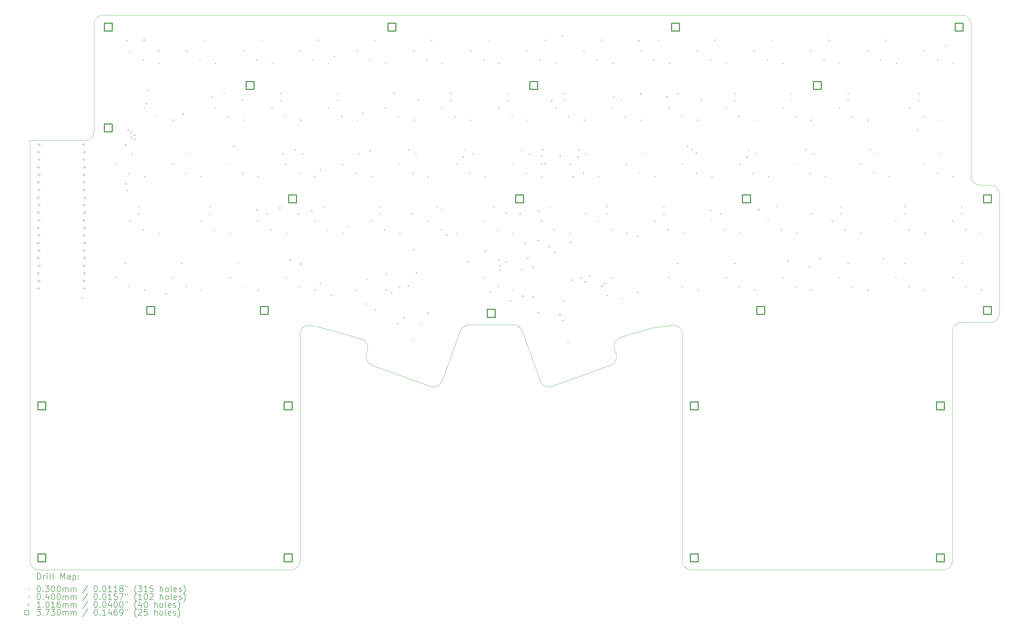
<source format=gbr>
%TF.GenerationSoftware,KiCad,Pcbnew,(6.0.7-1)-1*%
%TF.CreationDate,2022-08-16T19:59:30+02:00*%
%TF.ProjectId,optical-keyboard-mx,6f707469-6361-46c2-9d6b-6579626f6172,rev?*%
%TF.SameCoordinates,Original*%
%TF.FileFunction,Drillmap*%
%TF.FilePolarity,Positive*%
%FSLAX45Y45*%
G04 Gerber Fmt 4.5, Leading zero omitted, Abs format (unit mm)*
G04 Created by KiCad (PCBNEW (6.0.7-1)-1) date 2022-08-16 19:59:30*
%MOMM*%
%LPD*%
G01*
G04 APERTURE LIST*
%ADD10C,0.100000*%
%ADD11C,0.200000*%
%ADD12C,0.030000*%
%ADD13C,0.040000*%
%ADD14C,0.101600*%
%ADD15C,0.373000*%
G04 APERTURE END LIST*
D10*
X29225000Y-16950000D02*
X29225000Y-11650000D01*
X12128234Y-10921581D02*
X12743870Y-9230135D01*
X17779634Y-10382641D02*
X15806280Y-11100883D01*
X29525000Y-8950000D02*
G75*
G03*
X29225000Y-9250000I0J-300000D01*
G01*
X20175000Y-16950000D02*
G75*
G03*
X20475000Y-17250000I300000J0D01*
G01*
X17779633Y-10382636D02*
G75*
G03*
X17958936Y-9998127I-102603J281906D01*
G01*
X30500000Y-4350000D02*
X30150000Y-4350000D01*
X20475000Y-17250000D02*
X28925000Y-17250000D01*
X7375000Y-16950000D02*
X7375000Y-11650000D01*
X7375000Y-11350000D02*
X7375000Y-9350000D01*
X7757691Y-9061622D02*
G75*
G03*
X7375000Y-9350000I-82691J-288379D01*
G01*
X7375000Y-11650000D02*
X7375000Y-11350000D01*
X175000Y-2850000D02*
X-1675000Y-2850000D01*
X7075000Y-17250000D02*
G75*
G03*
X7375000Y-16950000I0J300000D01*
G01*
X475000Y1050000D02*
X475000Y-2550000D01*
X7888891Y-9070384D02*
X7787000Y-9071000D01*
X28925000Y-17250000D02*
G75*
G03*
X29225000Y-16950000I0J300000D01*
G01*
X29850000Y-4050000D02*
X29850000Y1050000D01*
X18106850Y-9466189D02*
X18282110Y-9397703D01*
X29225000Y-11350000D02*
X29225000Y-9250000D01*
X13025778Y-9032741D02*
X14524222Y-9032741D01*
X18282110Y-9397703D02*
X19195309Y-9135848D01*
X15421766Y-10921581D02*
X14806130Y-9230135D01*
X20175000Y-9350000D02*
G75*
G03*
X19792309Y-9061622I-300000J0D01*
G01*
X-1675000Y-11350000D02*
X-1675000Y-11650000D01*
X18106851Y-9466193D02*
G75*
G03*
X17907633Y-9857173I82689J-288377D01*
G01*
X20175000Y-11650000D02*
X20175000Y-11350000D01*
X13025778Y-9032739D02*
G75*
G03*
X12743870Y-9230135I2J-300002D01*
G01*
X20175000Y-11650000D02*
X20175000Y-16950000D01*
X9770366Y-10382641D02*
X11743720Y-11100883D01*
X29850000Y1050000D02*
G75*
G03*
X29550000Y1350000I-300000J0D01*
G01*
X9625265Y-9904157D02*
G75*
G03*
X9426049Y-9513173I-281905J102607D01*
G01*
X9591059Y-9998125D02*
G75*
G03*
X9770366Y-10382641I281911J-102605D01*
G01*
X29225000Y-11650000D02*
X29225000Y-11350000D01*
X775000Y1350000D02*
G75*
G03*
X475000Y1050000I0J-300000D01*
G01*
X-1375000Y-17250000D02*
X7075000Y-17250000D01*
X-1675000Y-2850000D02*
X-1675000Y-11350000D01*
X15421764Y-10921582D02*
G75*
G03*
X15806280Y-11100883I281906J102602D01*
G01*
X7888891Y-9070384D02*
X9030390Y-9397703D01*
X30500000Y-8950000D02*
G75*
G03*
X30800000Y-8650000I0J300000D01*
G01*
X11743721Y-11100881D02*
G75*
G03*
X12128234Y-10921581I102609J281901D01*
G01*
X7757691Y-9061622D02*
X7787000Y-9071000D01*
X-1675000Y-16950000D02*
G75*
G03*
X-1375000Y-17250000I300000J0D01*
G01*
X29525000Y-8950000D02*
X30500000Y-8950000D01*
X30800000Y-4650000D02*
G75*
G03*
X30500000Y-4350000I-300000J0D01*
G01*
X775000Y1350000D02*
X29550000Y1350000D01*
X20175000Y-9350000D02*
X20175000Y-11350000D01*
X9591064Y-9998127D02*
X9625266Y-9904158D01*
X14806128Y-9230135D02*
G75*
G03*
X14524222Y-9032741I-281908J-102605D01*
G01*
X9030390Y-9397703D02*
X9426049Y-9513173D01*
X30800000Y-8650000D02*
X30800000Y-4650000D01*
X19195309Y-9135848D02*
X19792309Y-9061622D01*
X29850000Y-4050000D02*
G75*
G03*
X30150000Y-4350000I300000J0D01*
G01*
X-1675000Y-11650000D02*
X-1675000Y-16950000D01*
X175000Y-2850000D02*
G75*
G03*
X475000Y-2550000I0J300000D01*
G01*
X17958936Y-9998127D02*
X17907633Y-9857173D01*
D11*
D12*
X1190000Y-3635000D02*
X1220000Y-3665000D01*
X1220000Y-3635000D02*
X1190000Y-3665000D01*
X1190000Y-7435000D02*
X1220000Y-7465000D01*
X1220000Y-7435000D02*
X1190000Y-7465000D01*
X1488750Y-6955000D02*
X1518750Y-6985000D01*
X1518750Y-6955000D02*
X1488750Y-6985000D01*
X1630000Y-3935000D02*
X1660000Y-3965000D01*
X1660000Y-3935000D02*
X1630000Y-3965000D01*
X1630000Y-7735000D02*
X1660000Y-7765000D01*
X1660000Y-7735000D02*
X1630000Y-7765000D01*
X1665000Y165000D02*
X1695000Y135000D01*
X1695000Y165000D02*
X1665000Y135000D01*
X1665000Y-5535000D02*
X1695000Y-5565000D01*
X1695000Y-5535000D02*
X1665000Y-5565000D01*
X1738750Y-3275000D02*
X1768750Y-3305000D01*
X1768750Y-3275000D02*
X1738750Y-3305000D01*
X1963750Y-5055000D02*
X1993750Y-5085000D01*
X1993750Y-5055000D02*
X1963750Y-5085000D01*
X1963750Y-5295000D02*
X1993750Y-5325000D01*
X1993750Y-5295000D02*
X1963750Y-5325000D01*
X2105000Y-135000D02*
X2135000Y-165000D01*
X2135000Y-135000D02*
X2105000Y-165000D01*
X2105000Y-5835000D02*
X2135000Y-5865000D01*
X2135000Y-5835000D02*
X2105000Y-5865000D01*
X2140000Y-1735000D02*
X2170000Y-1765000D01*
X2170000Y-1735000D02*
X2140000Y-1765000D01*
X2150000Y-4052500D02*
X2180000Y-4082500D01*
X2180000Y-4052500D02*
X2150000Y-4082500D01*
X2150000Y-7852500D02*
X2180000Y-7882500D01*
X2180000Y-7852500D02*
X2150000Y-7882500D01*
X2580000Y-2035000D02*
X2610000Y-2065000D01*
X2610000Y-2035000D02*
X2580000Y-2065000D01*
X2625000Y-252500D02*
X2655000Y-282500D01*
X2655000Y-252500D02*
X2625000Y-282500D01*
X2625000Y-5952500D02*
X2655000Y-5982500D01*
X2655000Y-5952500D02*
X2625000Y-5982500D01*
X3090000Y-3635000D02*
X3120000Y-3665000D01*
X3120000Y-3635000D02*
X3090000Y-3665000D01*
X3090000Y-7435000D02*
X3120000Y-7465000D01*
X3120000Y-7435000D02*
X3090000Y-7465000D01*
X3100000Y-2152500D02*
X3130000Y-2182500D01*
X3130000Y-2152500D02*
X3100000Y-2182500D01*
X3388750Y-6955000D02*
X3418750Y-6985000D01*
X3418750Y-6955000D02*
X3388750Y-6985000D01*
X3530000Y-3935000D02*
X3560000Y-3965000D01*
X3560000Y-3935000D02*
X3530000Y-3965000D01*
X3530000Y-7735000D02*
X3560000Y-7765000D01*
X3560000Y-7735000D02*
X3530000Y-7765000D01*
X3565000Y165000D02*
X3595000Y135000D01*
X3595000Y165000D02*
X3565000Y135000D01*
X3638750Y-3275000D02*
X3668750Y-3305000D01*
X3668750Y-3275000D02*
X3638750Y-3305000D01*
X4005000Y-135000D02*
X4035000Y-165000D01*
X4035000Y-135000D02*
X4005000Y-165000D01*
X4040000Y-5535000D02*
X4070000Y-5565000D01*
X4070000Y-5535000D02*
X4040000Y-5565000D01*
X4050000Y-4052500D02*
X4080000Y-4082500D01*
X4080000Y-4052500D02*
X4050000Y-4082500D01*
X4050000Y-7852500D02*
X4080000Y-7882500D01*
X4080000Y-7852500D02*
X4050000Y-7882500D01*
X4163750Y525000D02*
X4193750Y495000D01*
X4193750Y525000D02*
X4163750Y495000D01*
X4338750Y-5055000D02*
X4368750Y-5085000D01*
X4368750Y-5055000D02*
X4338750Y-5085000D01*
X4338750Y-5295000D02*
X4368750Y-5325000D01*
X4368750Y-5295000D02*
X4338750Y-5325000D01*
X4480000Y-5835000D02*
X4510000Y-5865000D01*
X4510000Y-5835000D02*
X4480000Y-5865000D01*
X4515000Y-1735000D02*
X4545000Y-1765000D01*
X4545000Y-1735000D02*
X4515000Y-1765000D01*
X4525000Y-252500D02*
X4555000Y-282500D01*
X4555000Y-252500D02*
X4525000Y-282500D01*
X4813750Y-1255000D02*
X4843750Y-1285000D01*
X4843750Y-1255000D02*
X4813750Y-1285000D01*
X4955000Y-2035000D02*
X4985000Y-2065000D01*
X4985000Y-2035000D02*
X4955000Y-2065000D01*
X4990000Y-3635000D02*
X5020000Y-3665000D01*
X5020000Y-3635000D02*
X4990000Y-3665000D01*
X4990000Y-7435000D02*
X5020000Y-7465000D01*
X5020000Y-7435000D02*
X4990000Y-7465000D01*
X5000000Y-5952500D02*
X5030000Y-5982500D01*
X5030000Y-5952500D02*
X5000000Y-5982500D01*
X5288750Y-3155000D02*
X5318750Y-3185000D01*
X5318750Y-3155000D02*
X5288750Y-3185000D01*
X5288750Y-6955000D02*
X5318750Y-6985000D01*
X5318750Y-6955000D02*
X5288750Y-6985000D01*
X5430000Y-3935000D02*
X5460000Y-3965000D01*
X5460000Y-3935000D02*
X5430000Y-3965000D01*
X5430000Y-7735000D02*
X5460000Y-7765000D01*
X5460000Y-7735000D02*
X5430000Y-7765000D01*
X5465000Y165000D02*
X5495000Y135000D01*
X5495000Y165000D02*
X5465000Y135000D01*
X5475000Y-2152500D02*
X5505000Y-2182500D01*
X5505000Y-2152500D02*
X5475000Y-2182500D01*
X5905000Y-135000D02*
X5935000Y-165000D01*
X5935000Y-135000D02*
X5905000Y-165000D01*
X5940000Y-5535000D02*
X5970000Y-5565000D01*
X5970000Y-5535000D02*
X5940000Y-5565000D01*
X5950000Y-4052500D02*
X5980000Y-4082500D01*
X5980000Y-4052500D02*
X5950000Y-4082500D01*
X5950000Y-7852500D02*
X5980000Y-7882500D01*
X5980000Y-7852500D02*
X5950000Y-7882500D01*
X6063750Y525000D02*
X6093750Y495000D01*
X6093750Y525000D02*
X6063750Y495000D01*
X6238750Y-5295000D02*
X6268750Y-5325000D01*
X6268750Y-5295000D02*
X6238750Y-5325000D01*
X6380000Y-5835000D02*
X6410000Y-5865000D01*
X6410000Y-5835000D02*
X6380000Y-5865000D01*
X6415000Y-1735000D02*
X6445000Y-1765000D01*
X6445000Y-1735000D02*
X6415000Y-1765000D01*
X6425000Y-252500D02*
X6455000Y-282500D01*
X6455000Y-252500D02*
X6425000Y-282500D01*
X6713750Y-1255000D02*
X6743750Y-1285000D01*
X6743750Y-1255000D02*
X6713750Y-1285000D01*
X6713750Y-1495000D02*
X6743750Y-1525000D01*
X6743750Y-1495000D02*
X6713750Y-1525000D01*
X6855000Y-2035000D02*
X6885000Y-2065000D01*
X6885000Y-2035000D02*
X6855000Y-2065000D01*
X6890000Y-3635000D02*
X6920000Y-3665000D01*
X6920000Y-3635000D02*
X6890000Y-3665000D01*
X6890000Y-7435000D02*
X6920000Y-7465000D01*
X6920000Y-7435000D02*
X6890000Y-7465000D01*
X6900000Y-5952500D02*
X6930000Y-5982500D01*
X6930000Y-5952500D02*
X6900000Y-5982500D01*
X7188750Y-3155000D02*
X7218750Y-3185000D01*
X7218750Y-3155000D02*
X7188750Y-3185000D01*
X7330000Y-3935000D02*
X7360000Y-3965000D01*
X7360000Y-3935000D02*
X7330000Y-3965000D01*
X7330000Y-7735000D02*
X7360000Y-7765000D01*
X7360000Y-7735000D02*
X7330000Y-7765000D01*
X7365000Y165000D02*
X7395000Y135000D01*
X7395000Y165000D02*
X7365000Y135000D01*
X7375000Y-2152500D02*
X7405000Y-2182500D01*
X7405000Y-2152500D02*
X7375000Y-2182500D01*
X7438750Y-3275000D02*
X7468750Y-3305000D01*
X7468750Y-3275000D02*
X7438750Y-3305000D01*
X7805000Y-135000D02*
X7835000Y-165000D01*
X7835000Y-135000D02*
X7805000Y-165000D01*
X7840000Y-5535000D02*
X7870000Y-5565000D01*
X7870000Y-5535000D02*
X7840000Y-5565000D01*
X7850000Y-4052500D02*
X7880000Y-4082500D01*
X7880000Y-4052500D02*
X7850000Y-4082500D01*
X7850000Y-7852500D02*
X7880000Y-7882500D01*
X7880000Y-7852500D02*
X7850000Y-7882500D01*
X7963750Y525000D02*
X7993750Y495000D01*
X7993750Y525000D02*
X7963750Y495000D01*
X8030000Y-3826250D02*
X8060000Y-3856250D01*
X8060000Y-3826250D02*
X8030000Y-3856250D01*
X8030000Y-7626250D02*
X8060000Y-7656250D01*
X8060000Y-7626250D02*
X8030000Y-7656250D01*
X8138750Y-5055000D02*
X8168750Y-5085000D01*
X8168750Y-5055000D02*
X8138750Y-5085000D01*
X8280000Y-5835000D02*
X8310000Y-5865000D01*
X8310000Y-5835000D02*
X8280000Y-5865000D01*
X8315000Y-1735000D02*
X8345000Y-1765000D01*
X8345000Y-1735000D02*
X8315000Y-1765000D01*
X8325000Y-252500D02*
X8355000Y-282500D01*
X8355000Y-252500D02*
X8325000Y-282500D01*
X8505000Y-26250D02*
X8535000Y-56250D01*
X8535000Y-26250D02*
X8505000Y-56250D01*
X8613750Y-1255000D02*
X8643750Y-1285000D01*
X8643750Y-1255000D02*
X8613750Y-1285000D01*
X8613750Y-1495000D02*
X8643750Y-1525000D01*
X8643750Y-1495000D02*
X8613750Y-1525000D01*
X8755000Y-2035000D02*
X8785000Y-2065000D01*
X8785000Y-2035000D02*
X8755000Y-2065000D01*
X8790000Y-3635000D02*
X8820000Y-3665000D01*
X8820000Y-3635000D02*
X8790000Y-3665000D01*
X8800000Y-5952500D02*
X8830000Y-5982500D01*
X8830000Y-5952500D02*
X8800000Y-5982500D01*
X8980000Y-5726250D02*
X9010000Y-5756250D01*
X9010000Y-5726250D02*
X8980000Y-5756250D01*
X9222017Y-7847094D02*
X9252017Y-7877094D01*
X9252017Y-7847094D02*
X9222017Y-7877094D01*
X9230000Y-3935000D02*
X9260000Y-3965000D01*
X9260000Y-3935000D02*
X9230000Y-3965000D01*
X9265000Y165000D02*
X9295000Y135000D01*
X9295000Y165000D02*
X9265000Y135000D01*
X9275000Y-2152500D02*
X9305000Y-2182500D01*
X9305000Y-2152500D02*
X9275000Y-2182500D01*
X9338750Y-3275000D02*
X9368750Y-3305000D01*
X9368750Y-3275000D02*
X9338750Y-3305000D01*
X9455000Y-1926250D02*
X9485000Y-1956250D01*
X9485000Y-1926250D02*
X9455000Y-1956250D01*
X9552983Y-8322906D02*
X9582983Y-8352906D01*
X9582983Y-8322906D02*
X9552983Y-8352906D01*
X9603775Y-7496463D02*
X9633775Y-7526463D01*
X9633775Y-7496463D02*
X9603775Y-7526463D01*
X9705000Y-135000D02*
X9735000Y-165000D01*
X9735000Y-135000D02*
X9705000Y-165000D01*
X9740000Y-5535000D02*
X9770000Y-5565000D01*
X9770000Y-5535000D02*
X9740000Y-5565000D01*
X9750000Y-4052500D02*
X9780000Y-4082500D01*
X9780000Y-4052500D02*
X9750000Y-4082500D01*
X9863750Y525000D02*
X9893750Y495000D01*
X9893750Y525000D02*
X9863750Y495000D01*
X10038750Y-5055000D02*
X10068750Y-5085000D01*
X10068750Y-5055000D02*
X10038750Y-5085000D01*
X10038750Y-5295000D02*
X10068750Y-5325000D01*
X10068750Y-5295000D02*
X10038750Y-5325000D01*
X10180000Y-5835000D02*
X10210000Y-5865000D01*
X10210000Y-5835000D02*
X10180000Y-5865000D01*
X10215000Y-1735000D02*
X10245000Y-1765000D01*
X10245000Y-1735000D02*
X10215000Y-1765000D01*
X10225000Y-252500D02*
X10255000Y-282500D01*
X10255000Y-252500D02*
X10225000Y-282500D01*
X10513750Y-1255000D02*
X10543750Y-1285000D01*
X10543750Y-1255000D02*
X10513750Y-1285000D01*
X10655000Y-2035000D02*
X10685000Y-2065000D01*
X10685000Y-2035000D02*
X10655000Y-2065000D01*
X10690000Y-3635000D02*
X10720000Y-3665000D01*
X10720000Y-3635000D02*
X10690000Y-3665000D01*
X10700000Y-5952500D02*
X10730000Y-5982500D01*
X10730000Y-5952500D02*
X10700000Y-5982500D01*
X10988750Y-3155000D02*
X11018750Y-3185000D01*
X11018750Y-3155000D02*
X10988750Y-3185000D01*
X11130000Y-3935000D02*
X11160000Y-3965000D01*
X11160000Y-3935000D02*
X11130000Y-3965000D01*
X11147759Y-9503193D02*
X11177759Y-9533193D01*
X11177759Y-9503193D02*
X11147759Y-9533193D01*
X11165000Y165000D02*
X11195000Y135000D01*
X11195000Y165000D02*
X11165000Y135000D01*
X11175000Y-2152500D02*
X11205000Y-2182500D01*
X11205000Y-2152500D02*
X11175000Y-2182500D01*
X11238750Y-3275000D02*
X11268750Y-3305000D01*
X11268750Y-3275000D02*
X11238750Y-3305000D01*
X11422241Y-8966808D02*
X11452241Y-8996808D01*
X11452241Y-8966808D02*
X11422241Y-8996808D01*
X11605000Y-135000D02*
X11635000Y-165000D01*
X11635000Y-135000D02*
X11605000Y-165000D01*
X11640000Y-5535000D02*
X11670000Y-5565000D01*
X11670000Y-5535000D02*
X11640000Y-5565000D01*
X11650000Y-4052500D02*
X11680000Y-4082500D01*
X11680000Y-4052500D02*
X11650000Y-4082500D01*
X11763750Y525000D02*
X11793750Y495000D01*
X11793750Y525000D02*
X11763750Y495000D01*
X11938750Y-5055000D02*
X11968750Y-5085000D01*
X11968750Y-5055000D02*
X11938750Y-5085000D01*
X12080000Y-5835000D02*
X12110000Y-5865000D01*
X12110000Y-5835000D02*
X12080000Y-5865000D01*
X12115000Y-1735000D02*
X12145000Y-1765000D01*
X12145000Y-1735000D02*
X12115000Y-1765000D01*
X12125000Y-252500D02*
X12155000Y-282500D01*
X12155000Y-252500D02*
X12125000Y-282500D01*
X12413750Y-1255000D02*
X12443750Y-1285000D01*
X12443750Y-1255000D02*
X12413750Y-1285000D01*
X12413750Y-1495000D02*
X12443750Y-1525000D01*
X12443750Y-1495000D02*
X12413750Y-1525000D01*
X12555000Y-2035000D02*
X12585000Y-2065000D01*
X12585000Y-2035000D02*
X12555000Y-2065000D01*
X12590000Y-3635000D02*
X12620000Y-3665000D01*
X12620000Y-3635000D02*
X12590000Y-3665000D01*
X12600000Y-5952500D02*
X12630000Y-5982500D01*
X12630000Y-5952500D02*
X12600000Y-5982500D01*
X12888750Y-3155000D02*
X12918750Y-3185000D01*
X12918750Y-3155000D02*
X12888750Y-3185000D01*
X13030000Y-3935000D02*
X13060000Y-3965000D01*
X13060000Y-3935000D02*
X13030000Y-3965000D01*
X13065000Y165000D02*
X13095000Y135000D01*
X13095000Y165000D02*
X13065000Y135000D01*
X13075000Y-2152500D02*
X13105000Y-2182500D01*
X13105000Y-2152500D02*
X13075000Y-2182500D01*
X13138750Y-3275000D02*
X13168750Y-3305000D01*
X13168750Y-3275000D02*
X13138750Y-3305000D01*
X13505000Y-135000D02*
X13535000Y-165000D01*
X13535000Y-135000D02*
X13505000Y-165000D01*
X13540000Y-5535000D02*
X13570000Y-5565000D01*
X13570000Y-5535000D02*
X13540000Y-5565000D01*
X13540000Y-7435000D02*
X13570000Y-7465000D01*
X13570000Y-7435000D02*
X13540000Y-7465000D01*
X13550000Y-4052500D02*
X13580000Y-4082500D01*
X13580000Y-4052500D02*
X13550000Y-4082500D01*
X13663750Y525000D02*
X13693750Y495000D01*
X13693750Y525000D02*
X13663750Y495000D01*
X13838750Y-5055000D02*
X13868750Y-5085000D01*
X13868750Y-5055000D02*
X13838750Y-5085000D01*
X13980000Y-5835000D02*
X14010000Y-5865000D01*
X14010000Y-5835000D02*
X13980000Y-5865000D01*
X13980000Y-7735000D02*
X14010000Y-7765000D01*
X14010000Y-7735000D02*
X13980000Y-7765000D01*
X14015000Y-1735000D02*
X14045000Y-1765000D01*
X14045000Y-1735000D02*
X14015000Y-1765000D01*
X14025000Y-252500D02*
X14055000Y-282500D01*
X14055000Y-252500D02*
X14025000Y-282500D01*
X14313750Y-1255000D02*
X14343750Y-1285000D01*
X14343750Y-1255000D02*
X14313750Y-1285000D01*
X14313750Y-1495000D02*
X14343750Y-1525000D01*
X14343750Y-1495000D02*
X14313750Y-1525000D01*
X14455000Y-2035000D02*
X14485000Y-2065000D01*
X14485000Y-2035000D02*
X14455000Y-2065000D01*
X14490000Y-3635000D02*
X14520000Y-3665000D01*
X14520000Y-3635000D02*
X14490000Y-3665000D01*
X14500000Y-5952500D02*
X14530000Y-5982500D01*
X14530000Y-5952500D02*
X14500000Y-5982500D01*
X14500000Y-7852500D02*
X14530000Y-7882500D01*
X14530000Y-7852500D02*
X14500000Y-7882500D01*
X14788750Y-3155000D02*
X14818750Y-3185000D01*
X14818750Y-3155000D02*
X14788750Y-3185000D01*
X14930000Y-3935000D02*
X14960000Y-3965000D01*
X14960000Y-3935000D02*
X14930000Y-3965000D01*
X14965000Y165000D02*
X14995000Y135000D01*
X14995000Y165000D02*
X14965000Y135000D01*
X14975000Y-2152500D02*
X15005000Y-2182500D01*
X15005000Y-2152500D02*
X14975000Y-2182500D01*
X15038750Y-3275000D02*
X15068750Y-3305000D01*
X15068750Y-3275000D02*
X15038750Y-3305000D01*
X15405000Y-135000D02*
X15435000Y-165000D01*
X15435000Y-135000D02*
X15405000Y-165000D01*
X15440000Y-5535000D02*
X15470000Y-5565000D01*
X15470000Y-5535000D02*
X15440000Y-5565000D01*
X15450000Y-4052500D02*
X15480000Y-4082500D01*
X15480000Y-4052500D02*
X15450000Y-4082500D01*
X15563750Y525000D02*
X15593750Y495000D01*
X15593750Y525000D02*
X15563750Y495000D01*
X15738750Y-5055000D02*
X15768750Y-5085000D01*
X15768750Y-5055000D02*
X15738750Y-5085000D01*
X15880000Y-5835000D02*
X15910000Y-5865000D01*
X15910000Y-5835000D02*
X15880000Y-5865000D01*
X15915000Y-1735000D02*
X15945000Y-1765000D01*
X15945000Y-1735000D02*
X15915000Y-1765000D01*
X15925000Y-252500D02*
X15955000Y-282500D01*
X15955000Y-252500D02*
X15925000Y-282500D01*
X16160764Y-8869339D02*
X16190764Y-8899339D01*
X16190764Y-8869339D02*
X16160764Y-8899339D01*
X16213750Y-1255000D02*
X16243750Y-1285000D01*
X16243750Y-1255000D02*
X16213750Y-1285000D01*
X16213750Y-1495000D02*
X16243750Y-1525000D01*
X16243750Y-1495000D02*
X16213750Y-1525000D01*
X16330333Y-9605799D02*
X16360333Y-9635799D01*
X16360333Y-9605799D02*
X16330333Y-9635799D01*
X16355000Y-2035000D02*
X16385000Y-2065000D01*
X16385000Y-2035000D02*
X16355000Y-2065000D01*
X16390000Y-3635000D02*
X16420000Y-3665000D01*
X16420000Y-3635000D02*
X16390000Y-3665000D01*
X16400000Y-5952500D02*
X16430000Y-5982500D01*
X16430000Y-5952500D02*
X16400000Y-5982500D01*
X16688750Y-3155000D02*
X16718750Y-3185000D01*
X16718750Y-3155000D02*
X16688750Y-3185000D01*
X16844950Y-3929348D02*
X16874950Y-3959348D01*
X16874950Y-3929348D02*
X16844950Y-3959348D01*
X16865000Y165000D02*
X16895000Y135000D01*
X16895000Y165000D02*
X16865000Y135000D01*
X16875000Y-2152500D02*
X16905000Y-2182500D01*
X16905000Y-2152500D02*
X16875000Y-2182500D01*
X16938750Y-3275000D02*
X16968750Y-3305000D01*
X16968750Y-3275000D02*
X16938750Y-3305000D01*
X17305000Y-135000D02*
X17335000Y-165000D01*
X17335000Y-135000D02*
X17305000Y-165000D01*
X17340000Y-5535000D02*
X17370000Y-5565000D01*
X17370000Y-5535000D02*
X17340000Y-5565000D01*
X17350000Y-4052500D02*
X17380000Y-4082500D01*
X17380000Y-4052500D02*
X17350000Y-4082500D01*
X17463750Y525000D02*
X17493750Y495000D01*
X17493750Y525000D02*
X17463750Y495000D01*
X17638750Y-5055000D02*
X17668750Y-5085000D01*
X17668750Y-5055000D02*
X17638750Y-5085000D01*
X17638750Y-5295000D02*
X17668750Y-5325000D01*
X17668750Y-5295000D02*
X17638750Y-5325000D01*
X17646825Y-8034527D02*
X17676825Y-8064527D01*
X17676825Y-8034527D02*
X17646825Y-8064527D01*
X17780000Y-5835000D02*
X17810000Y-5865000D01*
X17810000Y-5835000D02*
X17780000Y-5865000D01*
X17815000Y-1735000D02*
X17845000Y-1765000D01*
X17845000Y-1735000D02*
X17815000Y-1765000D01*
X17825000Y-252500D02*
X17855000Y-282500D01*
X17855000Y-252500D02*
X17825000Y-282500D01*
X17830124Y-7453050D02*
X17860124Y-7483050D01*
X17860124Y-7453050D02*
X17830124Y-7483050D01*
X17866250Y-1375000D02*
X17896250Y-1405000D01*
X17896250Y-1375000D02*
X17866250Y-1405000D01*
X18113750Y-1495000D02*
X18143750Y-1525000D01*
X18143750Y-1495000D02*
X18113750Y-1525000D01*
X18143175Y-8135473D02*
X18173175Y-8165473D01*
X18173175Y-8135473D02*
X18143175Y-8165473D01*
X18255000Y-2035000D02*
X18285000Y-2065000D01*
X18285000Y-2035000D02*
X18255000Y-2065000D01*
X18290000Y-3635000D02*
X18320000Y-3665000D01*
X18320000Y-3635000D02*
X18290000Y-3665000D01*
X18300000Y-5952500D02*
X18330000Y-5982500D01*
X18330000Y-5952500D02*
X18300000Y-5982500D01*
X18730000Y-3935000D02*
X18760000Y-3965000D01*
X18760000Y-3935000D02*
X18730000Y-3965000D01*
X18765000Y165000D02*
X18795000Y135000D01*
X18795000Y165000D02*
X18765000Y135000D01*
X18775000Y-2152500D02*
X18805000Y-2182500D01*
X18805000Y-2152500D02*
X18775000Y-2182500D01*
X18838750Y-3275000D02*
X18868750Y-3305000D01*
X18868750Y-3275000D02*
X18838750Y-3305000D01*
X19205000Y-135000D02*
X19235000Y-165000D01*
X19235000Y-135000D02*
X19205000Y-165000D01*
X19240000Y-5535000D02*
X19270000Y-5565000D01*
X19270000Y-5535000D02*
X19240000Y-5565000D01*
X19250000Y-4052500D02*
X19280000Y-4082500D01*
X19280000Y-4052500D02*
X19250000Y-4082500D01*
X19363750Y525000D02*
X19393750Y495000D01*
X19393750Y525000D02*
X19363750Y495000D01*
X19538750Y-5055000D02*
X19568750Y-5085000D01*
X19568750Y-5055000D02*
X19538750Y-5085000D01*
X19538750Y-5295000D02*
X19568750Y-5325000D01*
X19568750Y-5295000D02*
X19538750Y-5325000D01*
X19680000Y-5835000D02*
X19710000Y-5865000D01*
X19710000Y-5835000D02*
X19680000Y-5865000D01*
X19715000Y-1735000D02*
X19745000Y-1765000D01*
X19745000Y-1735000D02*
X19715000Y-1765000D01*
X19715000Y-7435000D02*
X19745000Y-7465000D01*
X19745000Y-7435000D02*
X19715000Y-7465000D01*
X19725000Y-252500D02*
X19755000Y-282500D01*
X19755000Y-252500D02*
X19725000Y-282500D01*
X20013750Y-1255000D02*
X20043750Y-1285000D01*
X20043750Y-1255000D02*
X20013750Y-1285000D01*
X20013750Y-6955000D02*
X20043750Y-6985000D01*
X20043750Y-6955000D02*
X20013750Y-6985000D01*
X20155000Y-2035000D02*
X20185000Y-2065000D01*
X20185000Y-2035000D02*
X20155000Y-2065000D01*
X20155000Y-7735000D02*
X20185000Y-7765000D01*
X20185000Y-7735000D02*
X20155000Y-7765000D01*
X20190000Y-3635000D02*
X20220000Y-3665000D01*
X20220000Y-3635000D02*
X20190000Y-3665000D01*
X20200000Y-5952500D02*
X20230000Y-5982500D01*
X20230000Y-5952500D02*
X20200000Y-5982500D01*
X20488750Y-3155000D02*
X20518750Y-3185000D01*
X20518750Y-3155000D02*
X20488750Y-3185000D01*
X20630000Y-3935000D02*
X20660000Y-3965000D01*
X20660000Y-3935000D02*
X20630000Y-3965000D01*
X20665000Y165000D02*
X20695000Y135000D01*
X20695000Y165000D02*
X20665000Y135000D01*
X20675000Y-2152500D02*
X20705000Y-2182500D01*
X20705000Y-2152500D02*
X20675000Y-2182500D01*
X20675000Y-7852500D02*
X20705000Y-7882500D01*
X20705000Y-7852500D02*
X20675000Y-7882500D01*
X21105000Y-135000D02*
X21135000Y-165000D01*
X21135000Y-135000D02*
X21105000Y-165000D01*
X21140000Y-5535000D02*
X21170000Y-5565000D01*
X21170000Y-5535000D02*
X21140000Y-5565000D01*
X21150000Y-4052500D02*
X21180000Y-4082500D01*
X21180000Y-4052500D02*
X21150000Y-4082500D01*
X21263750Y525000D02*
X21293750Y495000D01*
X21293750Y525000D02*
X21263750Y495000D01*
X21438750Y-5295000D02*
X21468750Y-5325000D01*
X21468750Y-5295000D02*
X21438750Y-5325000D01*
X21580000Y-5835000D02*
X21610000Y-5865000D01*
X21610000Y-5835000D02*
X21580000Y-5865000D01*
X21615000Y-1735000D02*
X21645000Y-1765000D01*
X21645000Y-1735000D02*
X21615000Y-1765000D01*
X21615000Y-7435000D02*
X21645000Y-7465000D01*
X21645000Y-7435000D02*
X21615000Y-7465000D01*
X21625000Y-252500D02*
X21655000Y-282500D01*
X21655000Y-252500D02*
X21625000Y-282500D01*
X21913750Y-1255000D02*
X21943750Y-1285000D01*
X21943750Y-1255000D02*
X21913750Y-1285000D01*
X21913750Y-1495000D02*
X21943750Y-1525000D01*
X21943750Y-1495000D02*
X21913750Y-1525000D01*
X21913750Y-6955000D02*
X21943750Y-6985000D01*
X21943750Y-6955000D02*
X21913750Y-6985000D01*
X22055000Y-2035000D02*
X22085000Y-2065000D01*
X22085000Y-2035000D02*
X22055000Y-2065000D01*
X22055000Y-7735000D02*
X22085000Y-7765000D01*
X22085000Y-7735000D02*
X22055000Y-7765000D01*
X22090000Y-3635000D02*
X22120000Y-3665000D01*
X22120000Y-3635000D02*
X22090000Y-3665000D01*
X22100000Y-5952500D02*
X22130000Y-5982500D01*
X22130000Y-5952500D02*
X22100000Y-5982500D01*
X22388750Y-3155000D02*
X22418750Y-3185000D01*
X22418750Y-3155000D02*
X22388750Y-3185000D01*
X22530000Y-3935000D02*
X22560000Y-3965000D01*
X22560000Y-3935000D02*
X22530000Y-3965000D01*
X22565000Y165000D02*
X22595000Y135000D01*
X22595000Y165000D02*
X22565000Y135000D01*
X22575000Y-2152500D02*
X22605000Y-2182500D01*
X22605000Y-2152500D02*
X22575000Y-2182500D01*
X22575000Y-7852500D02*
X22605000Y-7882500D01*
X22605000Y-7852500D02*
X22575000Y-7882500D01*
X22638750Y-3275000D02*
X22668750Y-3305000D01*
X22668750Y-3275000D02*
X22638750Y-3305000D01*
X23005000Y-135000D02*
X23035000Y-165000D01*
X23035000Y-135000D02*
X23005000Y-165000D01*
X23040000Y-5535000D02*
X23070000Y-5565000D01*
X23070000Y-5535000D02*
X23040000Y-5565000D01*
X23050000Y-4052500D02*
X23080000Y-4082500D01*
X23080000Y-4052500D02*
X23050000Y-4082500D01*
X23163750Y525000D02*
X23193750Y495000D01*
X23193750Y525000D02*
X23163750Y495000D01*
X23338750Y-5055000D02*
X23368750Y-5085000D01*
X23368750Y-5055000D02*
X23338750Y-5085000D01*
X23480000Y-5835000D02*
X23510000Y-5865000D01*
X23510000Y-5835000D02*
X23480000Y-5865000D01*
X23515000Y-1735000D02*
X23545000Y-1765000D01*
X23545000Y-1735000D02*
X23515000Y-1765000D01*
X23515000Y-7435000D02*
X23545000Y-7465000D01*
X23545000Y-7435000D02*
X23515000Y-7465000D01*
X23525000Y-252500D02*
X23555000Y-282500D01*
X23555000Y-252500D02*
X23525000Y-282500D01*
X23813750Y-1255000D02*
X23843750Y-1285000D01*
X23843750Y-1255000D02*
X23813750Y-1285000D01*
X23813750Y-1495000D02*
X23843750Y-1525000D01*
X23843750Y-1495000D02*
X23813750Y-1525000D01*
X23955000Y-2035000D02*
X23985000Y-2065000D01*
X23985000Y-2035000D02*
X23955000Y-2065000D01*
X23955000Y-7735000D02*
X23985000Y-7765000D01*
X23985000Y-7735000D02*
X23955000Y-7765000D01*
X23990000Y-3635000D02*
X24020000Y-3665000D01*
X24020000Y-3635000D02*
X23990000Y-3665000D01*
X24000000Y-5952500D02*
X24030000Y-5982500D01*
X24030000Y-5952500D02*
X24000000Y-5982500D01*
X24288750Y-3155000D02*
X24318750Y-3185000D01*
X24318750Y-3155000D02*
X24288750Y-3185000D01*
X24430000Y-3935000D02*
X24460000Y-3965000D01*
X24460000Y-3935000D02*
X24430000Y-3965000D01*
X24465000Y165000D02*
X24495000Y135000D01*
X24495000Y165000D02*
X24465000Y135000D01*
X24475000Y-2152500D02*
X24505000Y-2182500D01*
X24505000Y-2152500D02*
X24475000Y-2182500D01*
X24475000Y-7852500D02*
X24505000Y-7882500D01*
X24505000Y-7852500D02*
X24475000Y-7882500D01*
X24538750Y-3275000D02*
X24568750Y-3305000D01*
X24568750Y-3275000D02*
X24538750Y-3305000D01*
X24905000Y-135000D02*
X24935000Y-165000D01*
X24935000Y-135000D02*
X24905000Y-165000D01*
X24950000Y-4052500D02*
X24980000Y-4082500D01*
X24980000Y-4052500D02*
X24950000Y-4082500D01*
X25063750Y525000D02*
X25093750Y495000D01*
X25093750Y525000D02*
X25063750Y495000D01*
X25177500Y-5535000D02*
X25207500Y-5565000D01*
X25207500Y-5535000D02*
X25177500Y-5565000D01*
X25415000Y-1735000D02*
X25445000Y-1765000D01*
X25445000Y-1735000D02*
X25415000Y-1765000D01*
X25415000Y-7435000D02*
X25445000Y-7465000D01*
X25445000Y-7435000D02*
X25415000Y-7465000D01*
X25425000Y-252500D02*
X25455000Y-282500D01*
X25455000Y-252500D02*
X25425000Y-282500D01*
X25476250Y-5055000D02*
X25506250Y-5085000D01*
X25506250Y-5055000D02*
X25476250Y-5085000D01*
X25476250Y-5295000D02*
X25506250Y-5325000D01*
X25506250Y-5295000D02*
X25476250Y-5325000D01*
X25617500Y-5835000D02*
X25647500Y-5865000D01*
X25647500Y-5835000D02*
X25617500Y-5865000D01*
X25713750Y-1255000D02*
X25743750Y-1285000D01*
X25743750Y-1255000D02*
X25713750Y-1285000D01*
X25713750Y-1495000D02*
X25743750Y-1525000D01*
X25743750Y-1495000D02*
X25713750Y-1525000D01*
X25713750Y-6955000D02*
X25743750Y-6985000D01*
X25743750Y-6955000D02*
X25713750Y-6985000D01*
X25855000Y-2035000D02*
X25885000Y-2065000D01*
X25885000Y-2035000D02*
X25855000Y-2065000D01*
X25855000Y-7735000D02*
X25885000Y-7765000D01*
X25885000Y-7735000D02*
X25855000Y-7765000D01*
X26127500Y-3635000D02*
X26157500Y-3665000D01*
X26157500Y-3635000D02*
X26127500Y-3665000D01*
X26137500Y-5952500D02*
X26167500Y-5982500D01*
X26167500Y-5952500D02*
X26137500Y-5982500D01*
X26365000Y165000D02*
X26395000Y135000D01*
X26395000Y165000D02*
X26365000Y135000D01*
X26375000Y-2152500D02*
X26405000Y-2182500D01*
X26405000Y-2152500D02*
X26375000Y-2182500D01*
X26375000Y-7852500D02*
X26405000Y-7882500D01*
X26405000Y-7852500D02*
X26375000Y-7882500D01*
X26426250Y-3155000D02*
X26456250Y-3185000D01*
X26456250Y-3155000D02*
X26426250Y-3185000D01*
X26567500Y-3935000D02*
X26597500Y-3965000D01*
X26597500Y-3935000D02*
X26567500Y-3965000D01*
X26676250Y-3275000D02*
X26706250Y-3305000D01*
X26706250Y-3275000D02*
X26676250Y-3305000D01*
X26805000Y-135000D02*
X26835000Y-165000D01*
X26835000Y-135000D02*
X26805000Y-165000D01*
X26963750Y525000D02*
X26993750Y495000D01*
X26993750Y525000D02*
X26963750Y495000D01*
X27087500Y-4052500D02*
X27117500Y-4082500D01*
X27117500Y-4052500D02*
X27087500Y-4082500D01*
X27315000Y-5535000D02*
X27345000Y-5565000D01*
X27345000Y-5535000D02*
X27315000Y-5565000D01*
X27315000Y-7435000D02*
X27345000Y-7465000D01*
X27345000Y-7435000D02*
X27315000Y-7465000D01*
X27325000Y-252500D02*
X27355000Y-282500D01*
X27355000Y-252500D02*
X27325000Y-282500D01*
X27613750Y-5055000D02*
X27643750Y-5085000D01*
X27643750Y-5055000D02*
X27613750Y-5085000D01*
X27613750Y-5295000D02*
X27643750Y-5325000D01*
X27643750Y-5295000D02*
X27613750Y-5325000D01*
X27613750Y-6955000D02*
X27643750Y-6985000D01*
X27643750Y-6955000D02*
X27613750Y-6985000D01*
X27755000Y-5835000D02*
X27785000Y-5865000D01*
X27785000Y-5835000D02*
X27755000Y-5865000D01*
X27755000Y-7735000D02*
X27785000Y-7765000D01*
X27785000Y-7735000D02*
X27755000Y-7765000D01*
X27790000Y-1735000D02*
X27820000Y-1765000D01*
X27820000Y-1735000D02*
X27790000Y-1765000D01*
X28088750Y-1255000D02*
X28118750Y-1285000D01*
X28118750Y-1255000D02*
X28088750Y-1285000D01*
X28088750Y-1495000D02*
X28118750Y-1525000D01*
X28118750Y-1495000D02*
X28088750Y-1525000D01*
X28230000Y-2035000D02*
X28260000Y-2065000D01*
X28260000Y-2035000D02*
X28230000Y-2065000D01*
X28265000Y165000D02*
X28295000Y135000D01*
X28295000Y165000D02*
X28265000Y135000D01*
X28265000Y-3635000D02*
X28295000Y-3665000D01*
X28295000Y-3635000D02*
X28265000Y-3665000D01*
X28275000Y-5952500D02*
X28305000Y-5982500D01*
X28305000Y-5952500D02*
X28275000Y-5982500D01*
X28275000Y-7852500D02*
X28305000Y-7882500D01*
X28305000Y-7852500D02*
X28275000Y-7882500D01*
X28705000Y-135000D02*
X28735000Y-165000D01*
X28735000Y-135000D02*
X28705000Y-165000D01*
X28705000Y-3935000D02*
X28735000Y-3965000D01*
X28735000Y-3935000D02*
X28705000Y-3965000D01*
X28750000Y-2152500D02*
X28780000Y-2182500D01*
X28780000Y-2152500D02*
X28750000Y-2182500D01*
X28813750Y-3275000D02*
X28843750Y-3305000D01*
X28843750Y-3275000D02*
X28813750Y-3305000D01*
X29215000Y-5535000D02*
X29245000Y-5565000D01*
X29245000Y-5535000D02*
X29215000Y-5565000D01*
X29215000Y-7435000D02*
X29245000Y-7465000D01*
X29245000Y-7435000D02*
X29215000Y-7465000D01*
X29225000Y-252500D02*
X29255000Y-282500D01*
X29255000Y-252500D02*
X29225000Y-282500D01*
X29225000Y-4052500D02*
X29255000Y-4082500D01*
X29255000Y-4052500D02*
X29225000Y-4082500D01*
X29513750Y-5055000D02*
X29543750Y-5085000D01*
X29543750Y-5055000D02*
X29513750Y-5085000D01*
X29513750Y-5295000D02*
X29543750Y-5325000D01*
X29543750Y-5295000D02*
X29513750Y-5325000D01*
X29513750Y-6955000D02*
X29543750Y-6985000D01*
X29543750Y-6955000D02*
X29513750Y-6985000D01*
X29655000Y-5835000D02*
X29685000Y-5865000D01*
X29685000Y-5835000D02*
X29655000Y-5865000D01*
X29655000Y-7735000D02*
X29685000Y-7765000D01*
X29685000Y-7735000D02*
X29655000Y-7765000D01*
X30175000Y-5952500D02*
X30205000Y-5982500D01*
X30205000Y-5952500D02*
X30175000Y-5982500D01*
X30175000Y-7852500D02*
X30205000Y-7882500D01*
X30205000Y-7852500D02*
X30175000Y-7882500D01*
D13*
X95000Y-8126000D02*
G75*
G03*
X95000Y-8126000I-20000J0D01*
G01*
X1555000Y-3006000D02*
G75*
G03*
X1555000Y-3006000I-20000J0D01*
G01*
X1572000Y-4305000D02*
G75*
G03*
X1572000Y-4305000I-20000J0D01*
G01*
X1586000Y495000D02*
G75*
G03*
X1586000Y495000I-20000J0D01*
G01*
X1609870Y-4534776D02*
G75*
G03*
X1609870Y-4534776I-20000J0D01*
G01*
X1635000Y-2514000D02*
G75*
G03*
X1635000Y-2514000I-20000J0D01*
G01*
X1741000Y-2587000D02*
G75*
G03*
X1741000Y-2587000I-20000J0D01*
G01*
X1744000Y-2747000D02*
G75*
G03*
X1744000Y-2747000I-20000J0D01*
G01*
X1851000Y-2672050D02*
G75*
G03*
X1851000Y-2672050I-20000J0D01*
G01*
X1857000Y-2823000D02*
G75*
G03*
X1857000Y-2823000I-20000J0D01*
G01*
X2173000Y508000D02*
G75*
G03*
X2173000Y508000I-20000J0D01*
G01*
X2228000Y-1619000D02*
G75*
G03*
X2228000Y-1619000I-20000J0D01*
G01*
X2319000Y-1166000D02*
G75*
G03*
X2319000Y-1166000I-20000J0D01*
G01*
X2647000Y142000D02*
G75*
G03*
X2647000Y142000I-20000J0D01*
G01*
X2901000Y-7997000D02*
G75*
G03*
X2901000Y-7997000I-20000J0D01*
G01*
X3486000Y-1956000D02*
G75*
G03*
X3486000Y-1956000I-20000J0D01*
G01*
X4430000Y-1398000D02*
G75*
G03*
X4430000Y-1398000I-20000J0D01*
G01*
X5172000Y-3054000D02*
G75*
G03*
X5172000Y-3054000I-20000J0D01*
G01*
X5459000Y-1496000D02*
G75*
G03*
X5459000Y-1496000I-20000J0D01*
G01*
X5944000Y-5183000D02*
G75*
G03*
X5944000Y-5183000I-20000J0D01*
G01*
X6713000Y-5116000D02*
G75*
G03*
X6713000Y-5116000I-20000J0D01*
G01*
X6823000Y-3301000D02*
G75*
G03*
X6823000Y-3301000I-20000J0D01*
G01*
X7076000Y-6865000D02*
G75*
G03*
X7076000Y-6865000I-20000J0D01*
G01*
X7345000Y-5313000D02*
G75*
G03*
X7345000Y-5313000I-20000J0D01*
G01*
X7436000Y-6993000D02*
G75*
G03*
X7436000Y-6993000I-20000J0D01*
G01*
X7790000Y-5210000D02*
G75*
G03*
X7790000Y-5210000I-20000J0D01*
G01*
X8449000Y-8047000D02*
G75*
G03*
X8449000Y-8047000I-20000J0D01*
G01*
X9737000Y-3193000D02*
G75*
G03*
X9737000Y-3193000I-20000J0D01*
G01*
X9921000Y-8540000D02*
G75*
G03*
X9921000Y-8540000I-20000J0D01*
G01*
X10278000Y-7863000D02*
G75*
G03*
X10278000Y-7863000I-20000J0D01*
G01*
X10286000Y-7319000D02*
G75*
G03*
X10286000Y-7319000I-20000J0D01*
G01*
X10456000Y-7963000D02*
G75*
G03*
X10456000Y-7963000I-20000J0D01*
G01*
X10676000Y-8989000D02*
G75*
G03*
X10676000Y-8989000I-20000J0D01*
G01*
X10719000Y-7769000D02*
G75*
G03*
X10719000Y-7769000I-20000J0D01*
G01*
X10872000Y-8788000D02*
G75*
G03*
X10872000Y-8788000I-20000J0D01*
G01*
X11018000Y-7733000D02*
G75*
G03*
X11018000Y-7733000I-20000J0D01*
G01*
X11134000Y-5320000D02*
G75*
G03*
X11134000Y-5320000I-20000J0D01*
G01*
X11210000Y-6513000D02*
G75*
G03*
X11210000Y-6513000I-20000J0D01*
G01*
X11294000Y-7299000D02*
G75*
G03*
X11294000Y-7299000I-20000J0D01*
G01*
X11350000Y-1507000D02*
G75*
G03*
X11350000Y-1507000I-20000J0D01*
G01*
X11672000Y-8654000D02*
G75*
G03*
X11672000Y-8654000I-20000J0D01*
G01*
X12135000Y-5185000D02*
G75*
G03*
X12135000Y-5185000I-20000J0D01*
G01*
X12312000Y-6024000D02*
G75*
G03*
X12312000Y-6024000I-20000J0D01*
G01*
X12854000Y-3408000D02*
G75*
G03*
X12854000Y-3408000I-20000J0D01*
G01*
X13004000Y-6922000D02*
G75*
G03*
X13004000Y-6922000I-20000J0D01*
G01*
X13602000Y-6564000D02*
G75*
G03*
X13602000Y-6564000I-20000J0D01*
G01*
X13750000Y-7928000D02*
G75*
G03*
X13750000Y-7928000I-20000J0D01*
G01*
X14054000Y-6871000D02*
G75*
G03*
X14054000Y-6871000I-20000J0D01*
G01*
X14088000Y-7209000D02*
G75*
G03*
X14088000Y-7209000I-20000J0D01*
G01*
X14098618Y-7053900D02*
G75*
G03*
X14098618Y-7053900I-20000J0D01*
G01*
X14290000Y-6938000D02*
G75*
G03*
X14290000Y-6938000I-20000J0D01*
G01*
X14296000Y-5279000D02*
G75*
G03*
X14296000Y-5279000I-20000J0D01*
G01*
X14452000Y-8236000D02*
G75*
G03*
X14452000Y-8236000I-20000J0D01*
G01*
X14762000Y-5321000D02*
G75*
G03*
X14762000Y-5321000I-20000J0D01*
G01*
X14819000Y-7194000D02*
G75*
G03*
X14819000Y-7194000I-20000J0D01*
G01*
X14850000Y-8072000D02*
G75*
G03*
X14850000Y-8072000I-20000J0D01*
G01*
X14934000Y-6306000D02*
G75*
G03*
X14934000Y-6306000I-20000J0D01*
G01*
X15022000Y-6798000D02*
G75*
G03*
X15022000Y-6798000I-20000J0D01*
G01*
X15197000Y-7092000D02*
G75*
G03*
X15197000Y-7092000I-20000J0D01*
G01*
X15201000Y-8109000D02*
G75*
G03*
X15201000Y-8109000I-20000J0D01*
G01*
X15356000Y-6209000D02*
G75*
G03*
X15356000Y-6209000I-20000J0D01*
G01*
X15384000Y-8630000D02*
G75*
G03*
X15384000Y-8630000I-20000J0D01*
G01*
X15400000Y-5215000D02*
G75*
G03*
X15400000Y-5215000I-20000J0D01*
G01*
X15481000Y-3638000D02*
G75*
G03*
X15481000Y-3638000I-20000J0D01*
G01*
X15485000Y-3367000D02*
G75*
G03*
X15485000Y-3367000I-20000J0D01*
G01*
X15523000Y-3160000D02*
G75*
G03*
X15523000Y-3160000I-20000J0D01*
G01*
X15609421Y-3632950D02*
G75*
G03*
X15609421Y-3632950I-20000J0D01*
G01*
X15731000Y-6405000D02*
G75*
G03*
X15731000Y-6405000I-20000J0D01*
G01*
X15825000Y-1520000D02*
G75*
G03*
X15825000Y-1520000I-20000J0D01*
G01*
X15930000Y-6610000D02*
G75*
G03*
X15930000Y-6610000I-20000J0D01*
G01*
X16096000Y-8703000D02*
G75*
G03*
X16096000Y-8703000I-20000J0D01*
G01*
X16109000Y-3381000D02*
G75*
G03*
X16109000Y-3381000I-20000J0D01*
G01*
X16166000Y652000D02*
G75*
G03*
X16166000Y652000I-20000J0D01*
G01*
X16215000Y-8228000D02*
G75*
G03*
X16215000Y-8228000I-20000J0D01*
G01*
X16457000Y-6273000D02*
G75*
G03*
X16457000Y-6273000I-20000J0D01*
G01*
X16492008Y-7538903D02*
G75*
G03*
X16492008Y-7538903I-20000J0D01*
G01*
X16535000Y-4075000D02*
G75*
G03*
X16535000Y-4075000I-20000J0D01*
G01*
X16703000Y-3412000D02*
G75*
G03*
X16703000Y-3412000I-20000J0D01*
G01*
X16802000Y-7462000D02*
G75*
G03*
X16802000Y-7462000I-20000J0D01*
G01*
X16941000Y-7591000D02*
G75*
G03*
X16941000Y-7591000I-20000J0D01*
G01*
X16959000Y-5307000D02*
G75*
G03*
X16959000Y-5307000I-20000J0D01*
G01*
X17086000Y-7391950D02*
G75*
G03*
X17086000Y-7391950I-20000J0D01*
G01*
X17503000Y-7743000D02*
G75*
G03*
X17503000Y-7743000I-20000J0D01*
G01*
X17585000Y-7650000D02*
G75*
G03*
X17585000Y-7650000I-20000J0D01*
G01*
X18700000Y-7952000D02*
G75*
G03*
X18700000Y-7952000I-20000J0D01*
G01*
X18703000Y-6071000D02*
G75*
G03*
X18703000Y-6071000I-20000J0D01*
G01*
X18734000Y495000D02*
G75*
G03*
X18734000Y495000I-20000J0D01*
G01*
X18801000Y-1294000D02*
G75*
G03*
X18801000Y-1294000I-20000J0D01*
G01*
X19690000Y-1394000D02*
G75*
G03*
X19690000Y-1394000I-20000J0D01*
G01*
X20368000Y-3050000D02*
G75*
G03*
X20368000Y-3050000I-20000J0D01*
G01*
X20667000Y-3281000D02*
G75*
G03*
X20667000Y-3281000I-20000J0D01*
G01*
X20838000Y-1504000D02*
G75*
G03*
X20838000Y-1504000I-20000J0D01*
G01*
X21143000Y-5205000D02*
G75*
G03*
X21143000Y-5205000I-20000J0D01*
G01*
X22366000Y-3417000D02*
G75*
G03*
X22366000Y-3417000I-20000J0D01*
G01*
X22763000Y-5171000D02*
G75*
G03*
X22763000Y-5171000I-20000J0D01*
G01*
X23728664Y-6891950D02*
G75*
G03*
X23728664Y-6891950I-20000J0D01*
G01*
X24459000Y-7092000D02*
G75*
G03*
X24459000Y-7092000I-20000J0D01*
G01*
X24518000Y-5321000D02*
G75*
G03*
X24518000Y-5321000I-20000J0D01*
G01*
X24820000Y-6817000D02*
G75*
G03*
X24820000Y-6817000I-20000J0D01*
G01*
X26934000Y-6822000D02*
G75*
G03*
X26934000Y-6822000I-20000J0D01*
G01*
X28078000Y-2491000D02*
G75*
G03*
X28078000Y-2491000I-20000J0D01*
G01*
X29014000Y318000D02*
G75*
G03*
X29014000Y318000I-20000J0D01*
G01*
D14*
X-1399700Y-3193200D02*
X-1399700Y-3294800D01*
X-1450500Y-3244000D02*
X-1348900Y-3244000D01*
X-1399700Y-3701200D02*
X-1399700Y-3802800D01*
X-1450500Y-3752000D02*
X-1348900Y-3752000D01*
X-1399700Y-4209200D02*
X-1399700Y-4310800D01*
X-1450500Y-4260000D02*
X-1348900Y-4260000D01*
X-1399700Y-4717200D02*
X-1399700Y-4818800D01*
X-1450500Y-4768000D02*
X-1348900Y-4768000D01*
X-1399700Y-5225200D02*
X-1399700Y-5326800D01*
X-1450500Y-5276000D02*
X-1348900Y-5276000D01*
X-1399700Y-5733200D02*
X-1399700Y-5834800D01*
X-1450500Y-5784000D02*
X-1348900Y-5784000D01*
X-1399700Y-6241200D02*
X-1399700Y-6342800D01*
X-1450500Y-6292000D02*
X-1348900Y-6292000D01*
X-1399700Y-6749200D02*
X-1399700Y-6850800D01*
X-1450500Y-6800000D02*
X-1348900Y-6800000D01*
X-1399700Y-7257200D02*
X-1399700Y-7358800D01*
X-1450500Y-7308000D02*
X-1348900Y-7308000D01*
X-1399700Y-7765200D02*
X-1399700Y-7866800D01*
X-1450500Y-7816000D02*
X-1348900Y-7816000D01*
X-1375000Y-2939200D02*
X-1375000Y-3040800D01*
X-1425800Y-2990000D02*
X-1324200Y-2990000D01*
X-1374300Y-3447200D02*
X-1374300Y-3548800D01*
X-1425100Y-3498000D02*
X-1323500Y-3498000D01*
X-1374300Y-3955200D02*
X-1374300Y-4056800D01*
X-1425100Y-4006000D02*
X-1323500Y-4006000D01*
X-1374300Y-4463200D02*
X-1374300Y-4564800D01*
X-1425100Y-4514000D02*
X-1323500Y-4514000D01*
X-1374300Y-4971200D02*
X-1374300Y-5072800D01*
X-1425100Y-5022000D02*
X-1323500Y-5022000D01*
X-1374300Y-5479200D02*
X-1374300Y-5580800D01*
X-1425100Y-5530000D02*
X-1323500Y-5530000D01*
X-1374300Y-5987200D02*
X-1374300Y-6088800D01*
X-1425100Y-6038000D02*
X-1323500Y-6038000D01*
X-1374300Y-6495200D02*
X-1374300Y-6596800D01*
X-1425100Y-6546000D02*
X-1323500Y-6546000D01*
X-1374300Y-7003200D02*
X-1374300Y-7104800D01*
X-1425100Y-7054000D02*
X-1323500Y-7054000D01*
X-1374300Y-7511200D02*
X-1374300Y-7612800D01*
X-1425100Y-7562000D02*
X-1323500Y-7562000D01*
X115000Y-2939200D02*
X115000Y-3040800D01*
X64200Y-2990000D02*
X165800Y-2990000D01*
X124300Y-3447200D02*
X124300Y-3548800D01*
X73500Y-3498000D02*
X175100Y-3498000D01*
X124300Y-3955200D02*
X124300Y-4056800D01*
X73500Y-4006000D02*
X175100Y-4006000D01*
X124300Y-4463200D02*
X124300Y-4564800D01*
X73500Y-4514000D02*
X175100Y-4514000D01*
X124300Y-4971200D02*
X124300Y-5072800D01*
X73500Y-5022000D02*
X175100Y-5022000D01*
X124300Y-5479200D02*
X124300Y-5580800D01*
X73500Y-5530000D02*
X175100Y-5530000D01*
X124300Y-5987200D02*
X124300Y-6088800D01*
X73500Y-6038000D02*
X175100Y-6038000D01*
X124300Y-6495200D02*
X124300Y-6596800D01*
X73500Y-6546000D02*
X175100Y-6546000D01*
X124300Y-7003200D02*
X124300Y-7104800D01*
X73500Y-7054000D02*
X175100Y-7054000D01*
X124300Y-7511200D02*
X124300Y-7612800D01*
X73500Y-7562000D02*
X175100Y-7562000D01*
X149700Y-3193200D02*
X149700Y-3294800D01*
X98900Y-3244000D02*
X200500Y-3244000D01*
X149700Y-3701200D02*
X149700Y-3802800D01*
X98900Y-3752000D02*
X200500Y-3752000D01*
X149700Y-4209200D02*
X149700Y-4310800D01*
X98900Y-4260000D02*
X200500Y-4260000D01*
X149700Y-4717200D02*
X149700Y-4818800D01*
X98900Y-4768000D02*
X200500Y-4768000D01*
X149700Y-5225200D02*
X149700Y-5326800D01*
X98900Y-5276000D02*
X200500Y-5276000D01*
X149700Y-5733200D02*
X149700Y-5834800D01*
X98900Y-5784000D02*
X200500Y-5784000D01*
X149700Y-6241200D02*
X149700Y-6342800D01*
X98900Y-6292000D02*
X200500Y-6292000D01*
X149700Y-6749200D02*
X149700Y-6850800D01*
X98900Y-6800000D02*
X200500Y-6800000D01*
X149700Y-7257200D02*
X149700Y-7358800D01*
X98900Y-7308000D02*
X200500Y-7308000D01*
X149700Y-7765200D02*
X149700Y-7866800D01*
X98900Y-7816000D02*
X200500Y-7816000D01*
D15*
X-1143123Y-11881877D02*
X-1143123Y-11618123D01*
X-1406877Y-11618123D01*
X-1406877Y-11881877D01*
X-1143123Y-11881877D01*
X-1143123Y-16981877D02*
X-1143123Y-16718123D01*
X-1406877Y-16718123D01*
X-1406877Y-16981877D01*
X-1143123Y-16981877D01*
X1081877Y818123D02*
X1081877Y1081877D01*
X818123Y1081877D01*
X818123Y818123D01*
X1081877Y818123D01*
X1081877Y-2566877D02*
X1081877Y-2303123D01*
X818123Y-2303123D01*
X818123Y-2566877D01*
X1081877Y-2566877D01*
X2506877Y-8681877D02*
X2506877Y-8418123D01*
X2243123Y-8418123D01*
X2243123Y-8681877D01*
X2506877Y-8681877D01*
X5831877Y-1141877D02*
X5831877Y-878123D01*
X5568123Y-878123D01*
X5568123Y-1141877D01*
X5831877Y-1141877D01*
X6306877Y-8681877D02*
X6306877Y-8418123D01*
X6043123Y-8418123D01*
X6043123Y-8681877D01*
X6306877Y-8681877D01*
X7106877Y-11881877D02*
X7106877Y-11618123D01*
X6843123Y-11618123D01*
X6843123Y-11881877D01*
X7106877Y-11881877D01*
X7106877Y-16981877D02*
X7106877Y-16718123D01*
X6843123Y-16718123D01*
X6843123Y-16981877D01*
X7106877Y-16981877D01*
X7256877Y-4941877D02*
X7256877Y-4678123D01*
X6993123Y-4678123D01*
X6993123Y-4941877D01*
X7256877Y-4941877D01*
X10581877Y818123D02*
X10581877Y1081877D01*
X10318123Y1081877D01*
X10318123Y818123D01*
X10581877Y818123D01*
X13906877Y-8781877D02*
X13906877Y-8518123D01*
X13643123Y-8518123D01*
X13643123Y-8781877D01*
X13906877Y-8781877D01*
X14856877Y-4941877D02*
X14856877Y-4678123D01*
X14593123Y-4678123D01*
X14593123Y-4941877D01*
X14856877Y-4941877D01*
X15331877Y-1141877D02*
X15331877Y-878123D01*
X15068123Y-878123D01*
X15068123Y-1141877D01*
X15331877Y-1141877D01*
X20081877Y818123D02*
X20081877Y1081877D01*
X19818123Y1081877D01*
X19818123Y818123D01*
X20081877Y818123D01*
X20706877Y-11881877D02*
X20706877Y-11618123D01*
X20443123Y-11618123D01*
X20443123Y-11881877D01*
X20706877Y-11881877D01*
X20706877Y-16981877D02*
X20706877Y-16718123D01*
X20443123Y-16718123D01*
X20443123Y-16981877D01*
X20706877Y-16981877D01*
X22456877Y-4941877D02*
X22456877Y-4678123D01*
X22193123Y-4678123D01*
X22193123Y-4941877D01*
X22456877Y-4941877D01*
X22931877Y-8681877D02*
X22931877Y-8418123D01*
X22668123Y-8418123D01*
X22668123Y-8681877D01*
X22931877Y-8681877D01*
X24831877Y-1141877D02*
X24831877Y-878123D01*
X24568123Y-878123D01*
X24568123Y-1141877D01*
X24831877Y-1141877D01*
X28956877Y-11881877D02*
X28956877Y-11618123D01*
X28693123Y-11618123D01*
X28693123Y-11881877D01*
X28956877Y-11881877D01*
X28956877Y-16981877D02*
X28956877Y-16718123D01*
X28693123Y-16718123D01*
X28693123Y-16981877D01*
X28956877Y-16981877D01*
X29581877Y818123D02*
X29581877Y1081877D01*
X29318123Y1081877D01*
X29318123Y818123D01*
X29581877Y818123D01*
X30531877Y-4941877D02*
X30531877Y-4678123D01*
X30268123Y-4678123D01*
X30268123Y-4941877D01*
X30531877Y-4941877D01*
X30531877Y-8681877D02*
X30531877Y-8418123D01*
X30268123Y-8418123D01*
X30268123Y-8681877D01*
X30531877Y-8681877D01*
D11*
X-1422381Y-17565476D02*
X-1422381Y-17365476D01*
X-1374762Y-17365476D01*
X-1346190Y-17375000D01*
X-1327143Y-17394048D01*
X-1317619Y-17413095D01*
X-1308095Y-17451190D01*
X-1308095Y-17479762D01*
X-1317619Y-17517857D01*
X-1327143Y-17536905D01*
X-1346190Y-17555952D01*
X-1374762Y-17565476D01*
X-1422381Y-17565476D01*
X-1222381Y-17565476D02*
X-1222381Y-17432143D01*
X-1222381Y-17470238D02*
X-1212857Y-17451190D01*
X-1203333Y-17441667D01*
X-1184286Y-17432143D01*
X-1165238Y-17432143D01*
X-1098571Y-17565476D02*
X-1098571Y-17432143D01*
X-1098571Y-17365476D02*
X-1108095Y-17375000D01*
X-1098571Y-17384524D01*
X-1089048Y-17375000D01*
X-1098571Y-17365476D01*
X-1098571Y-17384524D01*
X-974762Y-17565476D02*
X-993809Y-17555952D01*
X-1003333Y-17536905D01*
X-1003333Y-17365476D01*
X-870000Y-17565476D02*
X-889048Y-17555952D01*
X-898571Y-17536905D01*
X-898571Y-17365476D01*
X-641429Y-17565476D02*
X-641429Y-17365476D01*
X-574762Y-17508333D01*
X-508095Y-17365476D01*
X-508095Y-17565476D01*
X-327143Y-17565476D02*
X-327143Y-17460714D01*
X-336667Y-17441667D01*
X-355714Y-17432143D01*
X-393809Y-17432143D01*
X-412857Y-17441667D01*
X-327143Y-17555952D02*
X-346190Y-17565476D01*
X-393809Y-17565476D01*
X-412857Y-17555952D01*
X-422381Y-17536905D01*
X-422381Y-17517857D01*
X-412857Y-17498810D01*
X-393809Y-17489286D01*
X-346190Y-17489286D01*
X-327143Y-17479762D01*
X-231905Y-17432143D02*
X-231905Y-17632143D01*
X-231905Y-17441667D02*
X-212857Y-17432143D01*
X-174762Y-17432143D01*
X-155714Y-17441667D01*
X-146190Y-17451190D01*
X-136667Y-17470238D01*
X-136667Y-17527381D01*
X-146190Y-17546429D01*
X-155714Y-17555952D01*
X-174762Y-17565476D01*
X-212857Y-17565476D01*
X-231905Y-17555952D01*
X-50952Y-17546429D02*
X-41429Y-17555952D01*
X-50952Y-17565476D01*
X-60476Y-17555952D01*
X-50952Y-17546429D01*
X-50952Y-17565476D01*
X-50952Y-17441667D02*
X-41429Y-17451190D01*
X-50952Y-17460714D01*
X-60476Y-17451190D01*
X-50952Y-17441667D01*
X-50952Y-17460714D01*
D12*
X-1710000Y-17880000D02*
X-1680000Y-17910000D01*
X-1680000Y-17880000D02*
X-1710000Y-17910000D01*
D11*
X-1384286Y-17785476D02*
X-1365238Y-17785476D01*
X-1346190Y-17795000D01*
X-1336667Y-17804524D01*
X-1327143Y-17823571D01*
X-1317619Y-17861667D01*
X-1317619Y-17909286D01*
X-1327143Y-17947381D01*
X-1336667Y-17966429D01*
X-1346190Y-17975952D01*
X-1365238Y-17985476D01*
X-1384286Y-17985476D01*
X-1403333Y-17975952D01*
X-1412857Y-17966429D01*
X-1422381Y-17947381D01*
X-1431905Y-17909286D01*
X-1431905Y-17861667D01*
X-1422381Y-17823571D01*
X-1412857Y-17804524D01*
X-1403333Y-17795000D01*
X-1384286Y-17785476D01*
X-1231905Y-17966429D02*
X-1222381Y-17975952D01*
X-1231905Y-17985476D01*
X-1241429Y-17975952D01*
X-1231905Y-17966429D01*
X-1231905Y-17985476D01*
X-1155714Y-17785476D02*
X-1031905Y-17785476D01*
X-1098571Y-17861667D01*
X-1070000Y-17861667D01*
X-1050952Y-17871190D01*
X-1041428Y-17880714D01*
X-1031905Y-17899762D01*
X-1031905Y-17947381D01*
X-1041428Y-17966429D01*
X-1050952Y-17975952D01*
X-1070000Y-17985476D01*
X-1127143Y-17985476D01*
X-1146190Y-17975952D01*
X-1155714Y-17966429D01*
X-908095Y-17785476D02*
X-889048Y-17785476D01*
X-870000Y-17795000D01*
X-860476Y-17804524D01*
X-850952Y-17823571D01*
X-841428Y-17861667D01*
X-841428Y-17909286D01*
X-850952Y-17947381D01*
X-860476Y-17966429D01*
X-870000Y-17975952D01*
X-889048Y-17985476D01*
X-908095Y-17985476D01*
X-927143Y-17975952D01*
X-936667Y-17966429D01*
X-946190Y-17947381D01*
X-955714Y-17909286D01*
X-955714Y-17861667D01*
X-946190Y-17823571D01*
X-936667Y-17804524D01*
X-927143Y-17795000D01*
X-908095Y-17785476D01*
X-717619Y-17785476D02*
X-698571Y-17785476D01*
X-679524Y-17795000D01*
X-670000Y-17804524D01*
X-660476Y-17823571D01*
X-650952Y-17861667D01*
X-650952Y-17909286D01*
X-660476Y-17947381D01*
X-670000Y-17966429D01*
X-679524Y-17975952D01*
X-698571Y-17985476D01*
X-717619Y-17985476D01*
X-736667Y-17975952D01*
X-746190Y-17966429D01*
X-755714Y-17947381D01*
X-765238Y-17909286D01*
X-765238Y-17861667D01*
X-755714Y-17823571D01*
X-746190Y-17804524D01*
X-736667Y-17795000D01*
X-717619Y-17785476D01*
X-565238Y-17985476D02*
X-565238Y-17852143D01*
X-565238Y-17871190D02*
X-555714Y-17861667D01*
X-536667Y-17852143D01*
X-508095Y-17852143D01*
X-489048Y-17861667D01*
X-479524Y-17880714D01*
X-479524Y-17985476D01*
X-479524Y-17880714D02*
X-470000Y-17861667D01*
X-450952Y-17852143D01*
X-422381Y-17852143D01*
X-403333Y-17861667D01*
X-393809Y-17880714D01*
X-393809Y-17985476D01*
X-298571Y-17985476D02*
X-298571Y-17852143D01*
X-298571Y-17871190D02*
X-289048Y-17861667D01*
X-270000Y-17852143D01*
X-241428Y-17852143D01*
X-222381Y-17861667D01*
X-212857Y-17880714D01*
X-212857Y-17985476D01*
X-212857Y-17880714D02*
X-203333Y-17861667D01*
X-184286Y-17852143D01*
X-155714Y-17852143D01*
X-136667Y-17861667D01*
X-127143Y-17880714D01*
X-127143Y-17985476D01*
X263333Y-17775952D02*
X91905Y-18033095D01*
X520476Y-17785476D02*
X539524Y-17785476D01*
X558571Y-17795000D01*
X568095Y-17804524D01*
X577619Y-17823571D01*
X587143Y-17861667D01*
X587143Y-17909286D01*
X577619Y-17947381D01*
X568095Y-17966429D01*
X558571Y-17975952D01*
X539524Y-17985476D01*
X520476Y-17985476D01*
X501428Y-17975952D01*
X491905Y-17966429D01*
X482381Y-17947381D01*
X472857Y-17909286D01*
X472857Y-17861667D01*
X482381Y-17823571D01*
X491905Y-17804524D01*
X501428Y-17795000D01*
X520476Y-17785476D01*
X672857Y-17966429D02*
X682381Y-17975952D01*
X672857Y-17985476D01*
X663333Y-17975952D01*
X672857Y-17966429D01*
X672857Y-17985476D01*
X806190Y-17785476D02*
X825238Y-17785476D01*
X844286Y-17795000D01*
X853809Y-17804524D01*
X863333Y-17823571D01*
X872857Y-17861667D01*
X872857Y-17909286D01*
X863333Y-17947381D01*
X853809Y-17966429D01*
X844286Y-17975952D01*
X825238Y-17985476D01*
X806190Y-17985476D01*
X787143Y-17975952D01*
X777619Y-17966429D01*
X768095Y-17947381D01*
X758571Y-17909286D01*
X758571Y-17861667D01*
X768095Y-17823571D01*
X777619Y-17804524D01*
X787143Y-17795000D01*
X806190Y-17785476D01*
X1063333Y-17985476D02*
X949048Y-17985476D01*
X1006190Y-17985476D02*
X1006190Y-17785476D01*
X987143Y-17814048D01*
X968095Y-17833095D01*
X949048Y-17842619D01*
X1253810Y-17985476D02*
X1139524Y-17985476D01*
X1196667Y-17985476D02*
X1196667Y-17785476D01*
X1177619Y-17814048D01*
X1158571Y-17833095D01*
X1139524Y-17842619D01*
X1368095Y-17871190D02*
X1349048Y-17861667D01*
X1339524Y-17852143D01*
X1330000Y-17833095D01*
X1330000Y-17823571D01*
X1339524Y-17804524D01*
X1349048Y-17795000D01*
X1368095Y-17785476D01*
X1406190Y-17785476D01*
X1425238Y-17795000D01*
X1434762Y-17804524D01*
X1444286Y-17823571D01*
X1444286Y-17833095D01*
X1434762Y-17852143D01*
X1425238Y-17861667D01*
X1406190Y-17871190D01*
X1368095Y-17871190D01*
X1349048Y-17880714D01*
X1339524Y-17890238D01*
X1330000Y-17909286D01*
X1330000Y-17947381D01*
X1339524Y-17966429D01*
X1349048Y-17975952D01*
X1368095Y-17985476D01*
X1406190Y-17985476D01*
X1425238Y-17975952D01*
X1434762Y-17966429D01*
X1444286Y-17947381D01*
X1444286Y-17909286D01*
X1434762Y-17890238D01*
X1425238Y-17880714D01*
X1406190Y-17871190D01*
X1520476Y-17785476D02*
X1520476Y-17823571D01*
X1596667Y-17785476D02*
X1596667Y-17823571D01*
X1891905Y-18061667D02*
X1882381Y-18052143D01*
X1863333Y-18023571D01*
X1853809Y-18004524D01*
X1844286Y-17975952D01*
X1834762Y-17928333D01*
X1834762Y-17890238D01*
X1844286Y-17842619D01*
X1853809Y-17814048D01*
X1863333Y-17795000D01*
X1882381Y-17766429D01*
X1891905Y-17756905D01*
X1949048Y-17785476D02*
X2072857Y-17785476D01*
X2006190Y-17861667D01*
X2034762Y-17861667D01*
X2053809Y-17871190D01*
X2063333Y-17880714D01*
X2072857Y-17899762D01*
X2072857Y-17947381D01*
X2063333Y-17966429D01*
X2053809Y-17975952D01*
X2034762Y-17985476D01*
X1977619Y-17985476D01*
X1958571Y-17975952D01*
X1949048Y-17966429D01*
X2263333Y-17985476D02*
X2149048Y-17985476D01*
X2206190Y-17985476D02*
X2206190Y-17785476D01*
X2187143Y-17814048D01*
X2168095Y-17833095D01*
X2149048Y-17842619D01*
X2444286Y-17785476D02*
X2349048Y-17785476D01*
X2339524Y-17880714D01*
X2349048Y-17871190D01*
X2368095Y-17861667D01*
X2415714Y-17861667D01*
X2434762Y-17871190D01*
X2444286Y-17880714D01*
X2453810Y-17899762D01*
X2453810Y-17947381D01*
X2444286Y-17966429D01*
X2434762Y-17975952D01*
X2415714Y-17985476D01*
X2368095Y-17985476D01*
X2349048Y-17975952D01*
X2339524Y-17966429D01*
X2691905Y-17985476D02*
X2691905Y-17785476D01*
X2777619Y-17985476D02*
X2777619Y-17880714D01*
X2768095Y-17861667D01*
X2749048Y-17852143D01*
X2720476Y-17852143D01*
X2701429Y-17861667D01*
X2691905Y-17871190D01*
X2901428Y-17985476D02*
X2882381Y-17975952D01*
X2872857Y-17966429D01*
X2863333Y-17947381D01*
X2863333Y-17890238D01*
X2872857Y-17871190D01*
X2882381Y-17861667D01*
X2901428Y-17852143D01*
X2930000Y-17852143D01*
X2949048Y-17861667D01*
X2958571Y-17871190D01*
X2968095Y-17890238D01*
X2968095Y-17947381D01*
X2958571Y-17966429D01*
X2949048Y-17975952D01*
X2930000Y-17985476D01*
X2901428Y-17985476D01*
X3082381Y-17985476D02*
X3063333Y-17975952D01*
X3053809Y-17956905D01*
X3053809Y-17785476D01*
X3234762Y-17975952D02*
X3215714Y-17985476D01*
X3177619Y-17985476D01*
X3158571Y-17975952D01*
X3149048Y-17956905D01*
X3149048Y-17880714D01*
X3158571Y-17861667D01*
X3177619Y-17852143D01*
X3215714Y-17852143D01*
X3234762Y-17861667D01*
X3244286Y-17880714D01*
X3244286Y-17899762D01*
X3149048Y-17918810D01*
X3320476Y-17975952D02*
X3339524Y-17985476D01*
X3377619Y-17985476D01*
X3396667Y-17975952D01*
X3406190Y-17956905D01*
X3406190Y-17947381D01*
X3396667Y-17928333D01*
X3377619Y-17918810D01*
X3349048Y-17918810D01*
X3330000Y-17909286D01*
X3320476Y-17890238D01*
X3320476Y-17880714D01*
X3330000Y-17861667D01*
X3349048Y-17852143D01*
X3377619Y-17852143D01*
X3396667Y-17861667D01*
X3472857Y-18061667D02*
X3482381Y-18052143D01*
X3501428Y-18023571D01*
X3510952Y-18004524D01*
X3520476Y-17975952D01*
X3530000Y-17928333D01*
X3530000Y-17890238D01*
X3520476Y-17842619D01*
X3510952Y-17814048D01*
X3501428Y-17795000D01*
X3482381Y-17766429D01*
X3472857Y-17756905D01*
D13*
X-1680000Y-18159000D02*
G75*
G03*
X-1680000Y-18159000I-20000J0D01*
G01*
D11*
X-1384286Y-18049476D02*
X-1365238Y-18049476D01*
X-1346190Y-18059000D01*
X-1336667Y-18068524D01*
X-1327143Y-18087571D01*
X-1317619Y-18125667D01*
X-1317619Y-18173286D01*
X-1327143Y-18211381D01*
X-1336667Y-18230429D01*
X-1346190Y-18239952D01*
X-1365238Y-18249476D01*
X-1384286Y-18249476D01*
X-1403333Y-18239952D01*
X-1412857Y-18230429D01*
X-1422381Y-18211381D01*
X-1431905Y-18173286D01*
X-1431905Y-18125667D01*
X-1422381Y-18087571D01*
X-1412857Y-18068524D01*
X-1403333Y-18059000D01*
X-1384286Y-18049476D01*
X-1231905Y-18230429D02*
X-1222381Y-18239952D01*
X-1231905Y-18249476D01*
X-1241429Y-18239952D01*
X-1231905Y-18230429D01*
X-1231905Y-18249476D01*
X-1050952Y-18116143D02*
X-1050952Y-18249476D01*
X-1098571Y-18039952D02*
X-1146190Y-18182810D01*
X-1022381Y-18182810D01*
X-908095Y-18049476D02*
X-889048Y-18049476D01*
X-870000Y-18059000D01*
X-860476Y-18068524D01*
X-850952Y-18087571D01*
X-841428Y-18125667D01*
X-841428Y-18173286D01*
X-850952Y-18211381D01*
X-860476Y-18230429D01*
X-870000Y-18239952D01*
X-889048Y-18249476D01*
X-908095Y-18249476D01*
X-927143Y-18239952D01*
X-936667Y-18230429D01*
X-946190Y-18211381D01*
X-955714Y-18173286D01*
X-955714Y-18125667D01*
X-946190Y-18087571D01*
X-936667Y-18068524D01*
X-927143Y-18059000D01*
X-908095Y-18049476D01*
X-717619Y-18049476D02*
X-698571Y-18049476D01*
X-679524Y-18059000D01*
X-670000Y-18068524D01*
X-660476Y-18087571D01*
X-650952Y-18125667D01*
X-650952Y-18173286D01*
X-660476Y-18211381D01*
X-670000Y-18230429D01*
X-679524Y-18239952D01*
X-698571Y-18249476D01*
X-717619Y-18249476D01*
X-736667Y-18239952D01*
X-746190Y-18230429D01*
X-755714Y-18211381D01*
X-765238Y-18173286D01*
X-765238Y-18125667D01*
X-755714Y-18087571D01*
X-746190Y-18068524D01*
X-736667Y-18059000D01*
X-717619Y-18049476D01*
X-565238Y-18249476D02*
X-565238Y-18116143D01*
X-565238Y-18135190D02*
X-555714Y-18125667D01*
X-536667Y-18116143D01*
X-508095Y-18116143D01*
X-489048Y-18125667D01*
X-479524Y-18144714D01*
X-479524Y-18249476D01*
X-479524Y-18144714D02*
X-470000Y-18125667D01*
X-450952Y-18116143D01*
X-422381Y-18116143D01*
X-403333Y-18125667D01*
X-393809Y-18144714D01*
X-393809Y-18249476D01*
X-298571Y-18249476D02*
X-298571Y-18116143D01*
X-298571Y-18135190D02*
X-289048Y-18125667D01*
X-270000Y-18116143D01*
X-241428Y-18116143D01*
X-222381Y-18125667D01*
X-212857Y-18144714D01*
X-212857Y-18249476D01*
X-212857Y-18144714D02*
X-203333Y-18125667D01*
X-184286Y-18116143D01*
X-155714Y-18116143D01*
X-136667Y-18125667D01*
X-127143Y-18144714D01*
X-127143Y-18249476D01*
X263333Y-18039952D02*
X91905Y-18297095D01*
X520476Y-18049476D02*
X539524Y-18049476D01*
X558571Y-18059000D01*
X568095Y-18068524D01*
X577619Y-18087571D01*
X587143Y-18125667D01*
X587143Y-18173286D01*
X577619Y-18211381D01*
X568095Y-18230429D01*
X558571Y-18239952D01*
X539524Y-18249476D01*
X520476Y-18249476D01*
X501428Y-18239952D01*
X491905Y-18230429D01*
X482381Y-18211381D01*
X472857Y-18173286D01*
X472857Y-18125667D01*
X482381Y-18087571D01*
X491905Y-18068524D01*
X501428Y-18059000D01*
X520476Y-18049476D01*
X672857Y-18230429D02*
X682381Y-18239952D01*
X672857Y-18249476D01*
X663333Y-18239952D01*
X672857Y-18230429D01*
X672857Y-18249476D01*
X806190Y-18049476D02*
X825238Y-18049476D01*
X844286Y-18059000D01*
X853809Y-18068524D01*
X863333Y-18087571D01*
X872857Y-18125667D01*
X872857Y-18173286D01*
X863333Y-18211381D01*
X853809Y-18230429D01*
X844286Y-18239952D01*
X825238Y-18249476D01*
X806190Y-18249476D01*
X787143Y-18239952D01*
X777619Y-18230429D01*
X768095Y-18211381D01*
X758571Y-18173286D01*
X758571Y-18125667D01*
X768095Y-18087571D01*
X777619Y-18068524D01*
X787143Y-18059000D01*
X806190Y-18049476D01*
X1063333Y-18249476D02*
X949048Y-18249476D01*
X1006190Y-18249476D02*
X1006190Y-18049476D01*
X987143Y-18078048D01*
X968095Y-18097095D01*
X949048Y-18106619D01*
X1244286Y-18049476D02*
X1149048Y-18049476D01*
X1139524Y-18144714D01*
X1149048Y-18135190D01*
X1168095Y-18125667D01*
X1215714Y-18125667D01*
X1234762Y-18135190D01*
X1244286Y-18144714D01*
X1253810Y-18163762D01*
X1253810Y-18211381D01*
X1244286Y-18230429D01*
X1234762Y-18239952D01*
X1215714Y-18249476D01*
X1168095Y-18249476D01*
X1149048Y-18239952D01*
X1139524Y-18230429D01*
X1320476Y-18049476D02*
X1453809Y-18049476D01*
X1368095Y-18249476D01*
X1520476Y-18049476D02*
X1520476Y-18087571D01*
X1596667Y-18049476D02*
X1596667Y-18087571D01*
X1891905Y-18325667D02*
X1882381Y-18316143D01*
X1863333Y-18287571D01*
X1853809Y-18268524D01*
X1844286Y-18239952D01*
X1834762Y-18192333D01*
X1834762Y-18154238D01*
X1844286Y-18106619D01*
X1853809Y-18078048D01*
X1863333Y-18059000D01*
X1882381Y-18030429D01*
X1891905Y-18020905D01*
X2072857Y-18249476D02*
X1958571Y-18249476D01*
X2015714Y-18249476D02*
X2015714Y-18049476D01*
X1996667Y-18078048D01*
X1977619Y-18097095D01*
X1958571Y-18106619D01*
X2196667Y-18049476D02*
X2215714Y-18049476D01*
X2234762Y-18059000D01*
X2244286Y-18068524D01*
X2253810Y-18087571D01*
X2263333Y-18125667D01*
X2263333Y-18173286D01*
X2253810Y-18211381D01*
X2244286Y-18230429D01*
X2234762Y-18239952D01*
X2215714Y-18249476D01*
X2196667Y-18249476D01*
X2177619Y-18239952D01*
X2168095Y-18230429D01*
X2158571Y-18211381D01*
X2149048Y-18173286D01*
X2149048Y-18125667D01*
X2158571Y-18087571D01*
X2168095Y-18068524D01*
X2177619Y-18059000D01*
X2196667Y-18049476D01*
X2339524Y-18068524D02*
X2349048Y-18059000D01*
X2368095Y-18049476D01*
X2415714Y-18049476D01*
X2434762Y-18059000D01*
X2444286Y-18068524D01*
X2453810Y-18087571D01*
X2453810Y-18106619D01*
X2444286Y-18135190D01*
X2330000Y-18249476D01*
X2453810Y-18249476D01*
X2691905Y-18249476D02*
X2691905Y-18049476D01*
X2777619Y-18249476D02*
X2777619Y-18144714D01*
X2768095Y-18125667D01*
X2749048Y-18116143D01*
X2720476Y-18116143D01*
X2701429Y-18125667D01*
X2691905Y-18135190D01*
X2901428Y-18249476D02*
X2882381Y-18239952D01*
X2872857Y-18230429D01*
X2863333Y-18211381D01*
X2863333Y-18154238D01*
X2872857Y-18135190D01*
X2882381Y-18125667D01*
X2901428Y-18116143D01*
X2930000Y-18116143D01*
X2949048Y-18125667D01*
X2958571Y-18135190D01*
X2968095Y-18154238D01*
X2968095Y-18211381D01*
X2958571Y-18230429D01*
X2949048Y-18239952D01*
X2930000Y-18249476D01*
X2901428Y-18249476D01*
X3082381Y-18249476D02*
X3063333Y-18239952D01*
X3053809Y-18220905D01*
X3053809Y-18049476D01*
X3234762Y-18239952D02*
X3215714Y-18249476D01*
X3177619Y-18249476D01*
X3158571Y-18239952D01*
X3149048Y-18220905D01*
X3149048Y-18144714D01*
X3158571Y-18125667D01*
X3177619Y-18116143D01*
X3215714Y-18116143D01*
X3234762Y-18125667D01*
X3244286Y-18144714D01*
X3244286Y-18163762D01*
X3149048Y-18182810D01*
X3320476Y-18239952D02*
X3339524Y-18249476D01*
X3377619Y-18249476D01*
X3396667Y-18239952D01*
X3406190Y-18220905D01*
X3406190Y-18211381D01*
X3396667Y-18192333D01*
X3377619Y-18182810D01*
X3349048Y-18182810D01*
X3330000Y-18173286D01*
X3320476Y-18154238D01*
X3320476Y-18144714D01*
X3330000Y-18125667D01*
X3349048Y-18116143D01*
X3377619Y-18116143D01*
X3396667Y-18125667D01*
X3472857Y-18325667D02*
X3482381Y-18316143D01*
X3501428Y-18287571D01*
X3510952Y-18268524D01*
X3520476Y-18239952D01*
X3530000Y-18192333D01*
X3530000Y-18154238D01*
X3520476Y-18106619D01*
X3510952Y-18078048D01*
X3501428Y-18059000D01*
X3482381Y-18030429D01*
X3472857Y-18020905D01*
D14*
X-1730800Y-18372200D02*
X-1730800Y-18473800D01*
X-1781600Y-18423000D02*
X-1680000Y-18423000D01*
D11*
X-1317619Y-18513476D02*
X-1431905Y-18513476D01*
X-1374762Y-18513476D02*
X-1374762Y-18313476D01*
X-1393810Y-18342048D01*
X-1412857Y-18361095D01*
X-1431905Y-18370619D01*
X-1231905Y-18494429D02*
X-1222381Y-18503952D01*
X-1231905Y-18513476D01*
X-1241429Y-18503952D01*
X-1231905Y-18494429D01*
X-1231905Y-18513476D01*
X-1098571Y-18313476D02*
X-1079524Y-18313476D01*
X-1060476Y-18323000D01*
X-1050952Y-18332524D01*
X-1041428Y-18351571D01*
X-1031905Y-18389667D01*
X-1031905Y-18437286D01*
X-1041428Y-18475381D01*
X-1050952Y-18494429D01*
X-1060476Y-18503952D01*
X-1079524Y-18513476D01*
X-1098571Y-18513476D01*
X-1117619Y-18503952D01*
X-1127143Y-18494429D01*
X-1136667Y-18475381D01*
X-1146190Y-18437286D01*
X-1146190Y-18389667D01*
X-1136667Y-18351571D01*
X-1127143Y-18332524D01*
X-1117619Y-18323000D01*
X-1098571Y-18313476D01*
X-841428Y-18513476D02*
X-955714Y-18513476D01*
X-898571Y-18513476D02*
X-898571Y-18313476D01*
X-917619Y-18342048D01*
X-936667Y-18361095D01*
X-955714Y-18370619D01*
X-670000Y-18313476D02*
X-708095Y-18313476D01*
X-727143Y-18323000D01*
X-736667Y-18332524D01*
X-755714Y-18361095D01*
X-765238Y-18399190D01*
X-765238Y-18475381D01*
X-755714Y-18494429D01*
X-746190Y-18503952D01*
X-727143Y-18513476D01*
X-689048Y-18513476D01*
X-670000Y-18503952D01*
X-660476Y-18494429D01*
X-650952Y-18475381D01*
X-650952Y-18427762D01*
X-660476Y-18408714D01*
X-670000Y-18399190D01*
X-689048Y-18389667D01*
X-727143Y-18389667D01*
X-746190Y-18399190D01*
X-755714Y-18408714D01*
X-765238Y-18427762D01*
X-565238Y-18513476D02*
X-565238Y-18380143D01*
X-565238Y-18399190D02*
X-555714Y-18389667D01*
X-536667Y-18380143D01*
X-508095Y-18380143D01*
X-489048Y-18389667D01*
X-479524Y-18408714D01*
X-479524Y-18513476D01*
X-479524Y-18408714D02*
X-470000Y-18389667D01*
X-450952Y-18380143D01*
X-422381Y-18380143D01*
X-403333Y-18389667D01*
X-393809Y-18408714D01*
X-393809Y-18513476D01*
X-298571Y-18513476D02*
X-298571Y-18380143D01*
X-298571Y-18399190D02*
X-289048Y-18389667D01*
X-270000Y-18380143D01*
X-241428Y-18380143D01*
X-222381Y-18389667D01*
X-212857Y-18408714D01*
X-212857Y-18513476D01*
X-212857Y-18408714D02*
X-203333Y-18389667D01*
X-184286Y-18380143D01*
X-155714Y-18380143D01*
X-136667Y-18389667D01*
X-127143Y-18408714D01*
X-127143Y-18513476D01*
X263333Y-18303952D02*
X91905Y-18561095D01*
X520476Y-18313476D02*
X539524Y-18313476D01*
X558571Y-18323000D01*
X568095Y-18332524D01*
X577619Y-18351571D01*
X587143Y-18389667D01*
X587143Y-18437286D01*
X577619Y-18475381D01*
X568095Y-18494429D01*
X558571Y-18503952D01*
X539524Y-18513476D01*
X520476Y-18513476D01*
X501428Y-18503952D01*
X491905Y-18494429D01*
X482381Y-18475381D01*
X472857Y-18437286D01*
X472857Y-18389667D01*
X482381Y-18351571D01*
X491905Y-18332524D01*
X501428Y-18323000D01*
X520476Y-18313476D01*
X672857Y-18494429D02*
X682381Y-18503952D01*
X672857Y-18513476D01*
X663333Y-18503952D01*
X672857Y-18494429D01*
X672857Y-18513476D01*
X806190Y-18313476D02*
X825238Y-18313476D01*
X844286Y-18323000D01*
X853809Y-18332524D01*
X863333Y-18351571D01*
X872857Y-18389667D01*
X872857Y-18437286D01*
X863333Y-18475381D01*
X853809Y-18494429D01*
X844286Y-18503952D01*
X825238Y-18513476D01*
X806190Y-18513476D01*
X787143Y-18503952D01*
X777619Y-18494429D01*
X768095Y-18475381D01*
X758571Y-18437286D01*
X758571Y-18389667D01*
X768095Y-18351571D01*
X777619Y-18332524D01*
X787143Y-18323000D01*
X806190Y-18313476D01*
X1044286Y-18380143D02*
X1044286Y-18513476D01*
X996667Y-18303952D02*
X949048Y-18446810D01*
X1072857Y-18446810D01*
X1187143Y-18313476D02*
X1206190Y-18313476D01*
X1225238Y-18323000D01*
X1234762Y-18332524D01*
X1244286Y-18351571D01*
X1253810Y-18389667D01*
X1253810Y-18437286D01*
X1244286Y-18475381D01*
X1234762Y-18494429D01*
X1225238Y-18503952D01*
X1206190Y-18513476D01*
X1187143Y-18513476D01*
X1168095Y-18503952D01*
X1158571Y-18494429D01*
X1149048Y-18475381D01*
X1139524Y-18437286D01*
X1139524Y-18389667D01*
X1149048Y-18351571D01*
X1158571Y-18332524D01*
X1168095Y-18323000D01*
X1187143Y-18313476D01*
X1377619Y-18313476D02*
X1396667Y-18313476D01*
X1415714Y-18323000D01*
X1425238Y-18332524D01*
X1434762Y-18351571D01*
X1444286Y-18389667D01*
X1444286Y-18437286D01*
X1434762Y-18475381D01*
X1425238Y-18494429D01*
X1415714Y-18503952D01*
X1396667Y-18513476D01*
X1377619Y-18513476D01*
X1358571Y-18503952D01*
X1349048Y-18494429D01*
X1339524Y-18475381D01*
X1330000Y-18437286D01*
X1330000Y-18389667D01*
X1339524Y-18351571D01*
X1349048Y-18332524D01*
X1358571Y-18323000D01*
X1377619Y-18313476D01*
X1520476Y-18313476D02*
X1520476Y-18351571D01*
X1596667Y-18313476D02*
X1596667Y-18351571D01*
X1891905Y-18589667D02*
X1882381Y-18580143D01*
X1863333Y-18551571D01*
X1853809Y-18532524D01*
X1844286Y-18503952D01*
X1834762Y-18456333D01*
X1834762Y-18418238D01*
X1844286Y-18370619D01*
X1853809Y-18342048D01*
X1863333Y-18323000D01*
X1882381Y-18294429D01*
X1891905Y-18284905D01*
X2053809Y-18380143D02*
X2053809Y-18513476D01*
X2006190Y-18303952D02*
X1958571Y-18446810D01*
X2082381Y-18446810D01*
X2196667Y-18313476D02*
X2215714Y-18313476D01*
X2234762Y-18323000D01*
X2244286Y-18332524D01*
X2253810Y-18351571D01*
X2263333Y-18389667D01*
X2263333Y-18437286D01*
X2253810Y-18475381D01*
X2244286Y-18494429D01*
X2234762Y-18503952D01*
X2215714Y-18513476D01*
X2196667Y-18513476D01*
X2177619Y-18503952D01*
X2168095Y-18494429D01*
X2158571Y-18475381D01*
X2149048Y-18437286D01*
X2149048Y-18389667D01*
X2158571Y-18351571D01*
X2168095Y-18332524D01*
X2177619Y-18323000D01*
X2196667Y-18313476D01*
X2501429Y-18513476D02*
X2501429Y-18313476D01*
X2587143Y-18513476D02*
X2587143Y-18408714D01*
X2577619Y-18389667D01*
X2558571Y-18380143D01*
X2530000Y-18380143D01*
X2510952Y-18389667D01*
X2501429Y-18399190D01*
X2710952Y-18513476D02*
X2691905Y-18503952D01*
X2682381Y-18494429D01*
X2672857Y-18475381D01*
X2672857Y-18418238D01*
X2682381Y-18399190D01*
X2691905Y-18389667D01*
X2710952Y-18380143D01*
X2739524Y-18380143D01*
X2758571Y-18389667D01*
X2768095Y-18399190D01*
X2777619Y-18418238D01*
X2777619Y-18475381D01*
X2768095Y-18494429D01*
X2758571Y-18503952D01*
X2739524Y-18513476D01*
X2710952Y-18513476D01*
X2891905Y-18513476D02*
X2872857Y-18503952D01*
X2863333Y-18484905D01*
X2863333Y-18313476D01*
X3044286Y-18503952D02*
X3025238Y-18513476D01*
X2987143Y-18513476D01*
X2968095Y-18503952D01*
X2958571Y-18484905D01*
X2958571Y-18408714D01*
X2968095Y-18389667D01*
X2987143Y-18380143D01*
X3025238Y-18380143D01*
X3044286Y-18389667D01*
X3053809Y-18408714D01*
X3053809Y-18427762D01*
X2958571Y-18446810D01*
X3130000Y-18503952D02*
X3149048Y-18513476D01*
X3187143Y-18513476D01*
X3206190Y-18503952D01*
X3215714Y-18484905D01*
X3215714Y-18475381D01*
X3206190Y-18456333D01*
X3187143Y-18446810D01*
X3158571Y-18446810D01*
X3139524Y-18437286D01*
X3130000Y-18418238D01*
X3130000Y-18408714D01*
X3139524Y-18389667D01*
X3158571Y-18380143D01*
X3187143Y-18380143D01*
X3206190Y-18389667D01*
X3282381Y-18589667D02*
X3291905Y-18580143D01*
X3310952Y-18551571D01*
X3320476Y-18532524D01*
X3330000Y-18503952D01*
X3339524Y-18456333D01*
X3339524Y-18418238D01*
X3330000Y-18370619D01*
X3320476Y-18342048D01*
X3310952Y-18323000D01*
X3291905Y-18294429D01*
X3282381Y-18284905D01*
X-1709289Y-18757711D02*
X-1709289Y-18616289D01*
X-1850711Y-18616289D01*
X-1850711Y-18757711D01*
X-1709289Y-18757711D01*
X-1441428Y-18577476D02*
X-1317619Y-18577476D01*
X-1384286Y-18653667D01*
X-1355714Y-18653667D01*
X-1336667Y-18663190D01*
X-1327143Y-18672714D01*
X-1317619Y-18691762D01*
X-1317619Y-18739381D01*
X-1327143Y-18758429D01*
X-1336667Y-18767952D01*
X-1355714Y-18777476D01*
X-1412857Y-18777476D01*
X-1431905Y-18767952D01*
X-1441428Y-18758429D01*
X-1231905Y-18758429D02*
X-1222381Y-18767952D01*
X-1231905Y-18777476D01*
X-1241429Y-18767952D01*
X-1231905Y-18758429D01*
X-1231905Y-18777476D01*
X-1155714Y-18577476D02*
X-1022381Y-18577476D01*
X-1108095Y-18777476D01*
X-965238Y-18577476D02*
X-841428Y-18577476D01*
X-908095Y-18653667D01*
X-879524Y-18653667D01*
X-860476Y-18663190D01*
X-850952Y-18672714D01*
X-841428Y-18691762D01*
X-841428Y-18739381D01*
X-850952Y-18758429D01*
X-860476Y-18767952D01*
X-879524Y-18777476D01*
X-936667Y-18777476D01*
X-955714Y-18767952D01*
X-965238Y-18758429D01*
X-717619Y-18577476D02*
X-698571Y-18577476D01*
X-679524Y-18587000D01*
X-670000Y-18596524D01*
X-660476Y-18615571D01*
X-650952Y-18653667D01*
X-650952Y-18701286D01*
X-660476Y-18739381D01*
X-670000Y-18758429D01*
X-679524Y-18767952D01*
X-698571Y-18777476D01*
X-717619Y-18777476D01*
X-736667Y-18767952D01*
X-746190Y-18758429D01*
X-755714Y-18739381D01*
X-765238Y-18701286D01*
X-765238Y-18653667D01*
X-755714Y-18615571D01*
X-746190Y-18596524D01*
X-736667Y-18587000D01*
X-717619Y-18577476D01*
X-565238Y-18777476D02*
X-565238Y-18644143D01*
X-565238Y-18663190D02*
X-555714Y-18653667D01*
X-536667Y-18644143D01*
X-508095Y-18644143D01*
X-489048Y-18653667D01*
X-479524Y-18672714D01*
X-479524Y-18777476D01*
X-479524Y-18672714D02*
X-470000Y-18653667D01*
X-450952Y-18644143D01*
X-422381Y-18644143D01*
X-403333Y-18653667D01*
X-393809Y-18672714D01*
X-393809Y-18777476D01*
X-298571Y-18777476D02*
X-298571Y-18644143D01*
X-298571Y-18663190D02*
X-289048Y-18653667D01*
X-270000Y-18644143D01*
X-241428Y-18644143D01*
X-222381Y-18653667D01*
X-212857Y-18672714D01*
X-212857Y-18777476D01*
X-212857Y-18672714D02*
X-203333Y-18653667D01*
X-184286Y-18644143D01*
X-155714Y-18644143D01*
X-136667Y-18653667D01*
X-127143Y-18672714D01*
X-127143Y-18777476D01*
X263333Y-18567952D02*
X91905Y-18825095D01*
X520476Y-18577476D02*
X539524Y-18577476D01*
X558571Y-18587000D01*
X568095Y-18596524D01*
X577619Y-18615571D01*
X587143Y-18653667D01*
X587143Y-18701286D01*
X577619Y-18739381D01*
X568095Y-18758429D01*
X558571Y-18767952D01*
X539524Y-18777476D01*
X520476Y-18777476D01*
X501428Y-18767952D01*
X491905Y-18758429D01*
X482381Y-18739381D01*
X472857Y-18701286D01*
X472857Y-18653667D01*
X482381Y-18615571D01*
X491905Y-18596524D01*
X501428Y-18587000D01*
X520476Y-18577476D01*
X672857Y-18758429D02*
X682381Y-18767952D01*
X672857Y-18777476D01*
X663333Y-18767952D01*
X672857Y-18758429D01*
X672857Y-18777476D01*
X872857Y-18777476D02*
X758571Y-18777476D01*
X815714Y-18777476D02*
X815714Y-18577476D01*
X796667Y-18606048D01*
X777619Y-18625095D01*
X758571Y-18634619D01*
X1044286Y-18644143D02*
X1044286Y-18777476D01*
X996667Y-18567952D02*
X949048Y-18710810D01*
X1072857Y-18710810D01*
X1234762Y-18577476D02*
X1196667Y-18577476D01*
X1177619Y-18587000D01*
X1168095Y-18596524D01*
X1149048Y-18625095D01*
X1139524Y-18663190D01*
X1139524Y-18739381D01*
X1149048Y-18758429D01*
X1158571Y-18767952D01*
X1177619Y-18777476D01*
X1215714Y-18777476D01*
X1234762Y-18767952D01*
X1244286Y-18758429D01*
X1253810Y-18739381D01*
X1253810Y-18691762D01*
X1244286Y-18672714D01*
X1234762Y-18663190D01*
X1215714Y-18653667D01*
X1177619Y-18653667D01*
X1158571Y-18663190D01*
X1149048Y-18672714D01*
X1139524Y-18691762D01*
X1349048Y-18777476D02*
X1387143Y-18777476D01*
X1406190Y-18767952D01*
X1415714Y-18758429D01*
X1434762Y-18729857D01*
X1444286Y-18691762D01*
X1444286Y-18615571D01*
X1434762Y-18596524D01*
X1425238Y-18587000D01*
X1406190Y-18577476D01*
X1368095Y-18577476D01*
X1349048Y-18587000D01*
X1339524Y-18596524D01*
X1330000Y-18615571D01*
X1330000Y-18663190D01*
X1339524Y-18682238D01*
X1349048Y-18691762D01*
X1368095Y-18701286D01*
X1406190Y-18701286D01*
X1425238Y-18691762D01*
X1434762Y-18682238D01*
X1444286Y-18663190D01*
X1520476Y-18577476D02*
X1520476Y-18615571D01*
X1596667Y-18577476D02*
X1596667Y-18615571D01*
X1891905Y-18853667D02*
X1882381Y-18844143D01*
X1863333Y-18815571D01*
X1853809Y-18796524D01*
X1844286Y-18767952D01*
X1834762Y-18720333D01*
X1834762Y-18682238D01*
X1844286Y-18634619D01*
X1853809Y-18606048D01*
X1863333Y-18587000D01*
X1882381Y-18558429D01*
X1891905Y-18548905D01*
X1958571Y-18596524D02*
X1968095Y-18587000D01*
X1987143Y-18577476D01*
X2034762Y-18577476D01*
X2053809Y-18587000D01*
X2063333Y-18596524D01*
X2072857Y-18615571D01*
X2072857Y-18634619D01*
X2063333Y-18663190D01*
X1949048Y-18777476D01*
X2072857Y-18777476D01*
X2253810Y-18577476D02*
X2158571Y-18577476D01*
X2149048Y-18672714D01*
X2158571Y-18663190D01*
X2177619Y-18653667D01*
X2225238Y-18653667D01*
X2244286Y-18663190D01*
X2253810Y-18672714D01*
X2263333Y-18691762D01*
X2263333Y-18739381D01*
X2253810Y-18758429D01*
X2244286Y-18767952D01*
X2225238Y-18777476D01*
X2177619Y-18777476D01*
X2158571Y-18767952D01*
X2149048Y-18758429D01*
X2501429Y-18777476D02*
X2501429Y-18577476D01*
X2587143Y-18777476D02*
X2587143Y-18672714D01*
X2577619Y-18653667D01*
X2558571Y-18644143D01*
X2530000Y-18644143D01*
X2510952Y-18653667D01*
X2501429Y-18663190D01*
X2710952Y-18777476D02*
X2691905Y-18767952D01*
X2682381Y-18758429D01*
X2672857Y-18739381D01*
X2672857Y-18682238D01*
X2682381Y-18663190D01*
X2691905Y-18653667D01*
X2710952Y-18644143D01*
X2739524Y-18644143D01*
X2758571Y-18653667D01*
X2768095Y-18663190D01*
X2777619Y-18682238D01*
X2777619Y-18739381D01*
X2768095Y-18758429D01*
X2758571Y-18767952D01*
X2739524Y-18777476D01*
X2710952Y-18777476D01*
X2891905Y-18777476D02*
X2872857Y-18767952D01*
X2863333Y-18748905D01*
X2863333Y-18577476D01*
X3044286Y-18767952D02*
X3025238Y-18777476D01*
X2987143Y-18777476D01*
X2968095Y-18767952D01*
X2958571Y-18748905D01*
X2958571Y-18672714D01*
X2968095Y-18653667D01*
X2987143Y-18644143D01*
X3025238Y-18644143D01*
X3044286Y-18653667D01*
X3053809Y-18672714D01*
X3053809Y-18691762D01*
X2958571Y-18710810D01*
X3130000Y-18767952D02*
X3149048Y-18777476D01*
X3187143Y-18777476D01*
X3206190Y-18767952D01*
X3215714Y-18748905D01*
X3215714Y-18739381D01*
X3206190Y-18720333D01*
X3187143Y-18710810D01*
X3158571Y-18710810D01*
X3139524Y-18701286D01*
X3130000Y-18682238D01*
X3130000Y-18672714D01*
X3139524Y-18653667D01*
X3158571Y-18644143D01*
X3187143Y-18644143D01*
X3206190Y-18653667D01*
X3282381Y-18853667D02*
X3291905Y-18844143D01*
X3310952Y-18815571D01*
X3320476Y-18796524D01*
X3330000Y-18767952D01*
X3339524Y-18720333D01*
X3339524Y-18682238D01*
X3330000Y-18634619D01*
X3320476Y-18606048D01*
X3310952Y-18587000D01*
X3291905Y-18558429D01*
X3282381Y-18548905D01*
M02*

</source>
